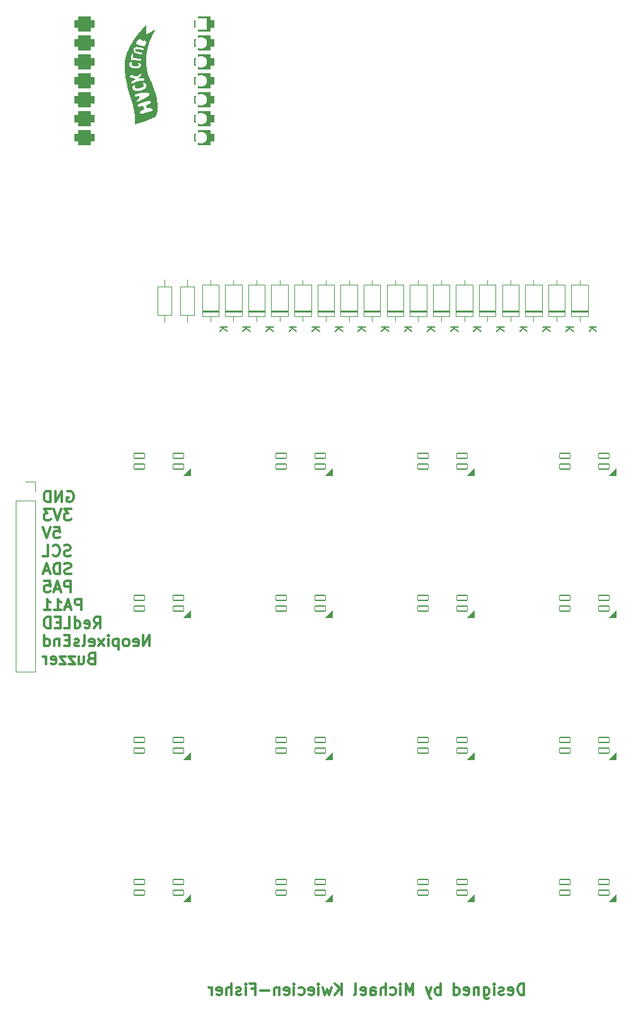
<source format=gbo>
G04 #@! TF.GenerationSoftware,KiCad,Pcbnew,8.0.6-8.0.6-0~ubuntu22.04.1*
G04 #@! TF.CreationDate,2024-10-20T22:38:44+08:00*
G04 #@! TF.ProjectId,MacroPad,4d616372-6f50-4616-942e-6b696361645f,rev?*
G04 #@! TF.SameCoordinates,Original*
G04 #@! TF.FileFunction,Legend,Bot*
G04 #@! TF.FilePolarity,Positive*
%FSLAX46Y46*%
G04 Gerber Fmt 4.6, Leading zero omitted, Abs format (unit mm)*
G04 Created by KiCad (PCBNEW 8.0.6-8.0.6-0~ubuntu22.04.1) date 2024-10-20 22:38:44*
%MOMM*%
%LPD*%
G01*
G04 APERTURE LIST*
G04 Aperture macros list*
%AMRoundRect*
0 Rectangle with rounded corners*
0 $1 Rounding radius*
0 $2 $3 $4 $5 $6 $7 $8 $9 X,Y pos of 4 corners*
0 Add a 4 corners polygon primitive as box body*
4,1,4,$2,$3,$4,$5,$6,$7,$8,$9,$2,$3,0*
0 Add four circle primitives for the rounded corners*
1,1,$1+$1,$2,$3*
1,1,$1+$1,$4,$5*
1,1,$1+$1,$6,$7*
1,1,$1+$1,$8,$9*
0 Add four rect primitives between the rounded corners*
20,1,$1+$1,$2,$3,$4,$5,0*
20,1,$1+$1,$4,$5,$6,$7,0*
20,1,$1+$1,$6,$7,$8,$9,0*
20,1,$1+$1,$8,$9,$2,$3,0*%
%AMRotRect*
0 Rectangle, with rotation*
0 The origin of the aperture is its center*
0 $1 length*
0 $2 width*
0 $3 Rotation angle, in degrees counterclockwise*
0 Add horizontal line*
21,1,$1,$2,0,0,$3*%
G04 Aperture macros list end*
%ADD10C,0.000000*%
%ADD11C,0.300000*%
%ADD12C,0.150000*%
%ADD13C,0.100000*%
%ADD14C,0.120000*%
%ADD15C,1.750000*%
%ADD16C,4.000000*%
%ADD17C,2.500000*%
%ADD18RoundRect,0.082000X-0.718000X0.328000X-0.718000X-0.328000X0.718000X-0.328000X0.718000X0.328000X0*%
%ADD19R,2.000000X2.000000*%
%ADD20C,2.000000*%
%ADD21R,3.200000X2.000000*%
%ADD22R,1.524000X1.524000*%
%ADD23C,1.524000*%
%ADD24C,6.400000*%
%ADD25R,1.295400X1.295400*%
%ADD26C,1.295400*%
%ADD27RotRect,1.800000X1.800000X45.000000*%
%ADD28C,1.800000*%
%ADD29O,1.600000X2.000000*%
%ADD30R,1.600000X1.600000*%
%ADD31O,1.600000X1.600000*%
%ADD32C,1.400000*%
%ADD33O,1.400000X1.400000*%
%ADD34RoundRect,0.500000X0.875000X0.500000X-0.875000X0.500000X-0.875000X-0.500000X0.875000X-0.500000X0*%
%ADD35C,1.600000*%
%ADD36R,1.700000X1.700000*%
%ADD37O,1.700000X1.700000*%
G04 APERTURE END LIST*
D10*
G36*
X65051998Y-30319089D02*
G01*
X65053802Y-30319297D01*
X65055585Y-30319641D01*
X65057341Y-30320118D01*
X65059061Y-30320723D01*
X65060739Y-30321454D01*
X65062367Y-30322305D01*
X65063940Y-30323274D01*
X65065450Y-30324357D01*
X65066890Y-30325549D01*
X65068252Y-30326847D01*
X65069530Y-30328247D01*
X65070717Y-30329746D01*
X65071806Y-30331340D01*
X65072789Y-30333024D01*
X65073660Y-30334795D01*
X65074412Y-30336650D01*
X65075037Y-30338584D01*
X65075530Y-30340594D01*
X65075881Y-30342675D01*
X65076085Y-30344825D01*
X65076135Y-30347039D01*
X65072662Y-30763571D01*
X65072647Y-31128271D01*
X65076445Y-31587480D01*
X65076530Y-31589293D01*
X65076730Y-31591062D01*
X65077042Y-31592782D01*
X65077460Y-31594452D01*
X65077981Y-31596069D01*
X65078600Y-31597631D01*
X65079313Y-31599135D01*
X65080115Y-31600577D01*
X65081003Y-31601957D01*
X65081971Y-31603271D01*
X65083016Y-31604517D01*
X65084132Y-31605692D01*
X65085317Y-31606793D01*
X65086565Y-31607818D01*
X65087871Y-31608765D01*
X65089233Y-31609631D01*
X65090644Y-31610413D01*
X65092102Y-31611109D01*
X65093601Y-31611716D01*
X65095138Y-31612232D01*
X65096707Y-31612654D01*
X65098305Y-31612980D01*
X65099927Y-31613207D01*
X65101569Y-31613332D01*
X65103226Y-31613353D01*
X65104894Y-31613267D01*
X65106569Y-31613073D01*
X65108246Y-31612766D01*
X65109922Y-31612345D01*
X65111591Y-31611808D01*
X65113249Y-31611151D01*
X65114893Y-31610372D01*
X66221285Y-31041983D01*
X66223151Y-31041160D01*
X66225068Y-31040571D01*
X66227025Y-31040204D01*
X66229014Y-31040050D01*
X66231025Y-31040100D01*
X66233049Y-31040343D01*
X66235076Y-31040770D01*
X66237097Y-31041370D01*
X66239102Y-31042133D01*
X66241081Y-31043051D01*
X66243026Y-31044112D01*
X66244927Y-31045307D01*
X66246775Y-31046626D01*
X66248559Y-31048060D01*
X66250270Y-31049597D01*
X66251900Y-31051229D01*
X66253439Y-31052945D01*
X66254876Y-31054736D01*
X66256203Y-31056591D01*
X66257410Y-31058501D01*
X66258489Y-31060456D01*
X66259428Y-31062446D01*
X66260219Y-31064461D01*
X66260853Y-31066491D01*
X66261319Y-31068525D01*
X66261609Y-31070556D01*
X66261713Y-31072571D01*
X66261622Y-31074562D01*
X66261325Y-31076519D01*
X66260814Y-31078431D01*
X66260080Y-31080289D01*
X66259112Y-31082083D01*
X66071216Y-31410062D01*
X65945035Y-31655260D01*
X65806445Y-31949505D01*
X65662255Y-32288976D01*
X65519277Y-32669853D01*
X65384318Y-33088318D01*
X65264190Y-33540549D01*
X65211815Y-33778133D01*
X65165702Y-34022727D01*
X65126701Y-34273852D01*
X65095664Y-34531032D01*
X65073442Y-34793788D01*
X65060886Y-35061644D01*
X65058848Y-35334122D01*
X65068178Y-35610744D01*
X65089728Y-35891033D01*
X65124349Y-36174511D01*
X65172893Y-36460701D01*
X65236210Y-36749126D01*
X65315152Y-37039308D01*
X65410570Y-37330769D01*
X65523315Y-37623032D01*
X65654239Y-37915620D01*
X65778744Y-38182388D01*
X65892603Y-38440666D01*
X65996220Y-38690527D01*
X66089996Y-38932049D01*
X66174332Y-39165304D01*
X66249632Y-39390368D01*
X66316296Y-39607317D01*
X66374726Y-39816224D01*
X66425324Y-40017165D01*
X66468493Y-40210215D01*
X66504633Y-40395449D01*
X66534147Y-40572941D01*
X66574903Y-40905001D01*
X66593975Y-41206995D01*
X66596281Y-41385535D01*
X66591808Y-41552056D01*
X66581409Y-41706717D01*
X66565938Y-41849677D01*
X66546249Y-41981095D01*
X66523196Y-42101131D01*
X66497632Y-42209943D01*
X66470411Y-42307691D01*
X66442386Y-42394534D01*
X66414413Y-42470631D01*
X66362032Y-42591226D01*
X66320098Y-42670747D01*
X66295440Y-42710469D01*
X66294939Y-42711178D01*
X66294421Y-42711856D01*
X66293884Y-42712503D01*
X66293328Y-42713122D01*
X66292755Y-42713712D01*
X66292162Y-42714275D01*
X66291550Y-42714813D01*
X66290920Y-42715326D01*
X66290270Y-42715816D01*
X66289600Y-42716284D01*
X66288910Y-42716730D01*
X66288201Y-42717157D01*
X66287471Y-42717564D01*
X66286720Y-42717954D01*
X66285949Y-42718328D01*
X66285157Y-42718686D01*
X64747008Y-43390531D01*
X64387548Y-43492893D01*
X63533335Y-43736143D01*
X63531580Y-43736581D01*
X63529833Y-43736896D01*
X63528099Y-43737091D01*
X63526381Y-43737170D01*
X63524684Y-43737136D01*
X63523010Y-43736992D01*
X63521363Y-43736742D01*
X63519747Y-43736390D01*
X63518166Y-43735938D01*
X63516624Y-43735390D01*
X63515123Y-43734749D01*
X63513669Y-43734019D01*
X63512264Y-43733204D01*
X63510912Y-43732306D01*
X63509617Y-43731330D01*
X63508383Y-43730278D01*
X63507213Y-43729154D01*
X63506111Y-43727961D01*
X63505081Y-43726703D01*
X63504127Y-43725383D01*
X63503251Y-43724005D01*
X63502458Y-43722571D01*
X63501752Y-43721087D01*
X63501136Y-43719554D01*
X63500614Y-43717976D01*
X63500190Y-43716357D01*
X63499867Y-43714699D01*
X63499649Y-43713008D01*
X63499539Y-43711285D01*
X63499543Y-43709534D01*
X63499662Y-43707760D01*
X63499901Y-43705964D01*
X63524374Y-43540585D01*
X63542228Y-43378284D01*
X63553484Y-43217672D01*
X63558167Y-43057363D01*
X63556298Y-42895968D01*
X63547900Y-42732099D01*
X63532997Y-42564369D01*
X63511612Y-42391391D01*
X63483766Y-42211777D01*
X63449484Y-42024138D01*
X63408788Y-41827088D01*
X63361701Y-41619238D01*
X63264072Y-41228183D01*
X63910920Y-41228183D01*
X63912269Y-41246523D01*
X63915908Y-41263956D01*
X63921875Y-41280325D01*
X63930212Y-41295474D01*
X63940959Y-41309247D01*
X63954156Y-41321486D01*
X63969845Y-41332035D01*
X63988066Y-41340739D01*
X64008858Y-41347440D01*
X64032263Y-41351981D01*
X64058322Y-41354207D01*
X64087074Y-41353961D01*
X64118560Y-41351087D01*
X64152822Y-41345427D01*
X64189898Y-41336826D01*
X64229830Y-41325127D01*
X64360325Y-41297955D01*
X64481528Y-41274419D01*
X64605621Y-41251592D01*
X64778737Y-41703192D01*
X64670956Y-41757716D01*
X64562795Y-41813192D01*
X64442065Y-41876205D01*
X64415190Y-41890710D01*
X64389472Y-41907104D01*
X64365029Y-41925177D01*
X64341979Y-41944716D01*
X64320439Y-41965510D01*
X64300527Y-41987347D01*
X64282359Y-42010016D01*
X64266054Y-42033304D01*
X64251729Y-42057001D01*
X64239500Y-42080894D01*
X64229486Y-42104773D01*
X64221804Y-42128425D01*
X64216571Y-42151638D01*
X64213905Y-42174202D01*
X64213922Y-42195904D01*
X64216741Y-42216533D01*
X64222479Y-42235878D01*
X64231253Y-42253726D01*
X64243181Y-42269866D01*
X64258380Y-42284086D01*
X64276967Y-42296175D01*
X64299060Y-42305922D01*
X64324776Y-42313113D01*
X64354233Y-42317539D01*
X64387548Y-42318987D01*
X64424838Y-42317245D01*
X64466221Y-42312102D01*
X64511814Y-42303347D01*
X64561735Y-42290767D01*
X64616101Y-42274152D01*
X64675029Y-42253288D01*
X64738636Y-42227966D01*
X64899368Y-42178173D01*
X65050241Y-42134858D01*
X65190753Y-42097527D01*
X65320401Y-42065689D01*
X65438681Y-42038853D01*
X65545090Y-42016526D01*
X65720282Y-41983433D01*
X65731126Y-41981311D01*
X65741722Y-41978829D01*
X65752063Y-41975996D01*
X65762140Y-41972825D01*
X65771948Y-41969325D01*
X65781478Y-41965507D01*
X65790724Y-41961381D01*
X65799678Y-41956959D01*
X65808333Y-41952249D01*
X65816682Y-41947263D01*
X65824717Y-41942012D01*
X65832432Y-41936506D01*
X65839819Y-41930755D01*
X65846871Y-41924769D01*
X65853581Y-41918561D01*
X65859941Y-41912139D01*
X65865944Y-41905514D01*
X65871584Y-41898698D01*
X65876852Y-41891699D01*
X65881742Y-41884530D01*
X65886246Y-41877200D01*
X65890358Y-41869720D01*
X65894070Y-41862100D01*
X65897374Y-41854352D01*
X65900264Y-41846484D01*
X65902732Y-41838509D01*
X65904771Y-41830436D01*
X65906374Y-41822276D01*
X65907534Y-41814039D01*
X65908243Y-41805737D01*
X65908494Y-41797378D01*
X65908281Y-41788975D01*
X65907311Y-41778122D01*
X65905545Y-41767234D01*
X65902968Y-41756334D01*
X65899564Y-41745444D01*
X65895318Y-41734587D01*
X65890215Y-41723786D01*
X65884238Y-41713061D01*
X65877374Y-41702436D01*
X65869606Y-41691934D01*
X65860920Y-41681576D01*
X65851299Y-41671384D01*
X65840729Y-41661382D01*
X65829195Y-41651592D01*
X65816680Y-41642035D01*
X65803170Y-41632734D01*
X65788649Y-41623713D01*
X65773102Y-41614992D01*
X65756514Y-41606594D01*
X65738869Y-41598543D01*
X65720152Y-41590859D01*
X65700347Y-41583566D01*
X65679440Y-41576685D01*
X65657415Y-41570240D01*
X65634257Y-41564252D01*
X65609949Y-41558744D01*
X65584478Y-41553738D01*
X65557828Y-41549257D01*
X65529982Y-41545323D01*
X65500927Y-41541958D01*
X65470646Y-41539184D01*
X65439125Y-41537025D01*
X65406347Y-41535502D01*
X65389118Y-41536365D01*
X65371838Y-41538100D01*
X65354604Y-41540553D01*
X65337513Y-41543573D01*
X65304150Y-41550704D01*
X65272524Y-41558276D01*
X65243412Y-41565072D01*
X65230041Y-41567798D01*
X65217589Y-41569874D01*
X65206155Y-41571147D01*
X65195833Y-41571465D01*
X65186723Y-41570675D01*
X65182652Y-41569818D01*
X65178920Y-41568627D01*
X65177167Y-41567154D01*
X65174742Y-41563659D01*
X65168069Y-41551145D01*
X65148762Y-41507819D01*
X65124051Y-41447333D01*
X65096989Y-41378370D01*
X65026267Y-41191441D01*
X65076691Y-41169446D01*
X65198191Y-41114934D01*
X65271640Y-41080862D01*
X65346113Y-41045113D01*
X65416027Y-41009839D01*
X65447530Y-40993052D01*
X65475801Y-40977190D01*
X65509950Y-40962348D01*
X65540694Y-40946536D01*
X65568141Y-40929868D01*
X65592395Y-40912459D01*
X65613562Y-40894421D01*
X65631749Y-40875869D01*
X65647061Y-40856916D01*
X65659605Y-40837676D01*
X65669486Y-40818263D01*
X65676810Y-40798790D01*
X65681683Y-40779371D01*
X65684211Y-40760120D01*
X65684499Y-40741151D01*
X65682655Y-40722576D01*
X65678783Y-40704511D01*
X65672990Y-40687069D01*
X65665381Y-40670363D01*
X65656063Y-40654507D01*
X65645141Y-40639615D01*
X65632721Y-40625801D01*
X65618910Y-40613178D01*
X65603813Y-40601860D01*
X65587535Y-40591962D01*
X65570184Y-40583595D01*
X65551865Y-40576875D01*
X65532683Y-40571915D01*
X65512745Y-40568829D01*
X65492156Y-40567730D01*
X65471024Y-40568732D01*
X65449452Y-40571949D01*
X65427548Y-40577495D01*
X65405417Y-40585483D01*
X65252818Y-40617373D01*
X65079398Y-40661173D01*
X64895262Y-40712686D01*
X64710514Y-40767715D01*
X64167508Y-40939053D01*
X64137751Y-40950626D01*
X64109634Y-40963796D01*
X64083198Y-40978406D01*
X64058484Y-40994300D01*
X64035531Y-41011321D01*
X64014381Y-41029312D01*
X63995073Y-41048118D01*
X63977649Y-41067581D01*
X63962149Y-41087545D01*
X63948613Y-41107854D01*
X63937082Y-41128352D01*
X63927596Y-41148880D01*
X63920197Y-41169285D01*
X63915912Y-41185639D01*
X63914924Y-41189407D01*
X63911818Y-41209092D01*
X63910920Y-41228183D01*
X63264072Y-41228183D01*
X63248445Y-41165591D01*
X63165157Y-40856898D01*
X63109898Y-40652093D01*
X62951548Y-40104585D01*
X62889191Y-39897272D01*
X63531216Y-39897272D01*
X63531607Y-39912477D01*
X63533560Y-39927005D01*
X63537060Y-39940766D01*
X63542095Y-39953668D01*
X63548649Y-39965620D01*
X63556710Y-39976530D01*
X63566263Y-39986306D01*
X63577295Y-39994858D01*
X63589791Y-40002094D01*
X63603738Y-40007922D01*
X63619122Y-40012252D01*
X63635929Y-40014991D01*
X63654145Y-40016048D01*
X63673756Y-40015332D01*
X63694749Y-40012752D01*
X63717110Y-40008216D01*
X63740825Y-40001632D01*
X63765879Y-39992909D01*
X63885904Y-39956417D01*
X63987463Y-39923859D01*
X64084051Y-39891520D01*
X64123945Y-40248604D01*
X64075085Y-40274815D01*
X64030615Y-40300793D01*
X63990396Y-40326469D01*
X63954287Y-40351776D01*
X63922149Y-40376647D01*
X63893840Y-40401014D01*
X63869221Y-40424810D01*
X63848151Y-40447965D01*
X63830490Y-40470414D01*
X63816098Y-40492089D01*
X63804834Y-40512921D01*
X63796559Y-40532843D01*
X63791131Y-40551788D01*
X63788411Y-40569687D01*
X63788259Y-40586474D01*
X63790533Y-40602081D01*
X63795095Y-40616440D01*
X63801803Y-40629483D01*
X63810517Y-40641142D01*
X63821098Y-40651351D01*
X63833404Y-40660042D01*
X63847296Y-40667146D01*
X63862632Y-40672596D01*
X63879274Y-40676325D01*
X63897081Y-40678266D01*
X63915912Y-40678349D01*
X63935627Y-40676508D01*
X63956086Y-40672676D01*
X63977148Y-40666784D01*
X63998674Y-40658764D01*
X64020523Y-40648550D01*
X64042555Y-40636074D01*
X64301162Y-40491964D01*
X64623971Y-40314895D01*
X64952152Y-40137830D01*
X65226875Y-39993736D01*
X65265163Y-39973367D01*
X65282890Y-39963070D01*
X65299700Y-39952708D01*
X65315614Y-39942289D01*
X65330655Y-39931820D01*
X65344844Y-39921310D01*
X65358201Y-39910765D01*
X65370749Y-39900194D01*
X65382508Y-39889605D01*
X65393501Y-39879004D01*
X65403747Y-39868400D01*
X65413270Y-39857800D01*
X65422089Y-39847212D01*
X65437705Y-39826104D01*
X65450766Y-39805136D01*
X65461442Y-39784369D01*
X65469905Y-39763866D01*
X65476325Y-39743687D01*
X65480874Y-39723895D01*
X65483722Y-39704551D01*
X65485040Y-39685715D01*
X65484999Y-39667451D01*
X65484773Y-39662689D01*
X65484458Y-39657977D01*
X65484064Y-39653313D01*
X65483604Y-39648692D01*
X65483036Y-39644680D01*
X65482000Y-39640583D01*
X65480512Y-39636408D01*
X65478587Y-39632160D01*
X65476242Y-39627843D01*
X65473491Y-39623463D01*
X65470351Y-39619026D01*
X65466837Y-39614537D01*
X65462965Y-39610000D01*
X65458751Y-39605422D01*
X65449360Y-39596161D01*
X65438788Y-39586795D01*
X65427162Y-39577368D01*
X65414608Y-39567921D01*
X65401252Y-39558496D01*
X65387219Y-39549135D01*
X65372636Y-39539881D01*
X65357628Y-39530776D01*
X65342321Y-39521862D01*
X65326841Y-39513180D01*
X65311315Y-39504774D01*
X65204163Y-39482312D01*
X65088336Y-39468383D01*
X64965872Y-39462084D01*
X64838810Y-39462515D01*
X64709188Y-39468774D01*
X64579045Y-39479960D01*
X64450419Y-39495173D01*
X64325350Y-39513512D01*
X64094035Y-39555960D01*
X63901409Y-39600098D01*
X63896768Y-39601401D01*
X63763781Y-39638717D01*
X63720688Y-39653704D01*
X63697460Y-39664609D01*
X63674535Y-39679680D01*
X63653365Y-39695355D01*
X63633937Y-39711542D01*
X63616237Y-39728151D01*
X63600250Y-39745089D01*
X63585964Y-39762264D01*
X63573364Y-39779587D01*
X63562437Y-39796965D01*
X63553168Y-39814306D01*
X63545543Y-39831520D01*
X63539550Y-39848515D01*
X63535173Y-39865200D01*
X63532400Y-39881483D01*
X63531216Y-39897272D01*
X62889191Y-39897272D01*
X62788719Y-39563237D01*
X62629299Y-39012943D01*
X62553332Y-38729720D01*
X62551413Y-38721979D01*
X63213458Y-38721979D01*
X63216318Y-38752550D01*
X63221873Y-38799902D01*
X63226681Y-38828424D01*
X63233388Y-38859407D01*
X63242399Y-38892270D01*
X63254125Y-38926437D01*
X63261133Y-38943828D01*
X63268972Y-38961327D01*
X63277694Y-38978863D01*
X63287349Y-38996364D01*
X63297989Y-39013756D01*
X63309664Y-39030968D01*
X63322425Y-39047926D01*
X63336324Y-39064560D01*
X63351411Y-39080796D01*
X63367737Y-39096563D01*
X63385354Y-39111788D01*
X63404312Y-39126398D01*
X63424662Y-39140321D01*
X63446456Y-39153486D01*
X63469744Y-39165819D01*
X63494578Y-39177249D01*
X63549147Y-39198964D01*
X63606018Y-39216183D01*
X63664386Y-39229333D01*
X63723448Y-39238841D01*
X63782401Y-39245135D01*
X63840443Y-39248641D01*
X63896768Y-39249786D01*
X63950575Y-39248998D01*
X64047420Y-39243328D01*
X64124551Y-39235049D01*
X64193967Y-39224326D01*
X64230875Y-39216083D01*
X64328208Y-39190173D01*
X64393258Y-39170041D01*
X64465881Y-39144828D01*
X64543567Y-39114314D01*
X64623805Y-39078277D01*
X64704084Y-39036497D01*
X64743455Y-39013384D01*
X64781894Y-38988751D01*
X64819089Y-38962573D01*
X64854724Y-38934820D01*
X64888487Y-38905465D01*
X64920063Y-38874481D01*
X64949139Y-38841839D01*
X64975400Y-38807513D01*
X64998533Y-38771474D01*
X65018224Y-38733695D01*
X65034160Y-38694148D01*
X65046025Y-38652806D01*
X65053507Y-38609641D01*
X65056292Y-38564625D01*
X65057390Y-38556739D01*
X65058364Y-38548943D01*
X65059216Y-38541236D01*
X65059947Y-38533618D01*
X65060556Y-38526087D01*
X65061045Y-38518642D01*
X65061415Y-38511283D01*
X65061666Y-38504008D01*
X65061591Y-38477489D01*
X65059974Y-38452168D01*
X65056892Y-38428029D01*
X65052423Y-38405058D01*
X65046644Y-38383241D01*
X65039632Y-38362561D01*
X65031465Y-38343005D01*
X65022219Y-38324558D01*
X65011972Y-38307204D01*
X65000801Y-38290930D01*
X64988784Y-38275720D01*
X64975997Y-38261560D01*
X64962518Y-38248434D01*
X64948424Y-38236328D01*
X64933793Y-38225227D01*
X64918701Y-38215117D01*
X64903226Y-38205982D01*
X64887445Y-38197808D01*
X64871436Y-38190580D01*
X64855275Y-38184283D01*
X64839040Y-38178902D01*
X64822808Y-38174423D01*
X64806657Y-38170831D01*
X64790663Y-38168111D01*
X64774904Y-38166248D01*
X64759458Y-38165227D01*
X64744400Y-38165034D01*
X64729810Y-38165654D01*
X64715763Y-38167072D01*
X64702337Y-38169273D01*
X64689610Y-38172243D01*
X64677658Y-38175966D01*
X64670851Y-38178521D01*
X64664036Y-38181500D01*
X64657262Y-38184898D01*
X64650580Y-38188707D01*
X64644038Y-38192923D01*
X64637688Y-38197540D01*
X64631577Y-38202552D01*
X64625757Y-38207953D01*
X64620276Y-38213738D01*
X64615184Y-38219900D01*
X64610531Y-38226435D01*
X64606366Y-38233335D01*
X64602740Y-38240596D01*
X64599701Y-38248212D01*
X64597300Y-38256176D01*
X64595585Y-38264483D01*
X64594608Y-38273128D01*
X64594416Y-38282105D01*
X64595061Y-38291407D01*
X64596591Y-38301029D01*
X64599057Y-38310966D01*
X64602507Y-38321211D01*
X64606992Y-38331758D01*
X64612561Y-38342603D01*
X64619264Y-38353739D01*
X64627150Y-38365161D01*
X64636270Y-38376862D01*
X64646672Y-38388837D01*
X64658407Y-38401080D01*
X64671523Y-38413585D01*
X64686071Y-38426348D01*
X64702101Y-38439361D01*
X64711350Y-38460996D01*
X64717265Y-38482122D01*
X64719998Y-38502742D01*
X64719702Y-38522855D01*
X64716528Y-38542463D01*
X64710631Y-38561568D01*
X64702161Y-38580170D01*
X64691271Y-38598272D01*
X64678114Y-38615874D01*
X64662843Y-38632977D01*
X64645609Y-38649584D01*
X64626564Y-38665695D01*
X64605862Y-38681312D01*
X64583655Y-38696436D01*
X64560095Y-38711068D01*
X64535335Y-38725210D01*
X64482822Y-38752027D01*
X64427337Y-38776898D01*
X64370098Y-38799834D01*
X64312325Y-38820844D01*
X64255238Y-38839940D01*
X64200054Y-38857132D01*
X64100277Y-38885845D01*
X64041386Y-38895914D01*
X64008656Y-38900228D01*
X63974292Y-38903771D01*
X63938710Y-38906327D01*
X63902328Y-38907679D01*
X63865562Y-38907610D01*
X63828827Y-38905901D01*
X63792542Y-38902337D01*
X63757122Y-38896701D01*
X63722983Y-38888774D01*
X63690543Y-38878340D01*
X63675090Y-38872116D01*
X63660218Y-38865183D01*
X63645978Y-38857514D01*
X63632424Y-38849083D01*
X63619607Y-38839863D01*
X63607578Y-38829826D01*
X63596391Y-38818945D01*
X63586097Y-38807193D01*
X63580445Y-38799948D01*
X63575210Y-38792603D01*
X63570377Y-38785168D01*
X63565929Y-38777649D01*
X63561849Y-38770055D01*
X63558121Y-38762393D01*
X63551658Y-38746900D01*
X63546408Y-38731232D01*
X63542241Y-38715452D01*
X63539027Y-38699624D01*
X63536634Y-38683812D01*
X63534933Y-38668078D01*
X63533793Y-38652486D01*
X63532673Y-38621979D01*
X63532232Y-38592799D01*
X63531423Y-38565451D01*
X63530178Y-38560148D01*
X63527777Y-38554610D01*
X63524280Y-38548927D01*
X63519746Y-38543189D01*
X63514234Y-38537484D01*
X63507805Y-38531902D01*
X63500517Y-38526532D01*
X63492431Y-38521463D01*
X63483605Y-38516784D01*
X63474100Y-38512584D01*
X63463974Y-38508953D01*
X63453288Y-38505980D01*
X63442100Y-38503754D01*
X63430471Y-38502363D01*
X63418460Y-38501898D01*
X63406126Y-38502448D01*
X63393528Y-38504101D01*
X63380727Y-38506947D01*
X63367782Y-38511075D01*
X63354753Y-38516574D01*
X63341698Y-38523534D01*
X63328677Y-38532043D01*
X63315751Y-38542191D01*
X63302978Y-38554067D01*
X63290418Y-38567760D01*
X63278130Y-38583359D01*
X63266174Y-38600953D01*
X63254610Y-38620633D01*
X63243497Y-38642486D01*
X63232894Y-38666602D01*
X63222862Y-38693070D01*
X63213458Y-38721979D01*
X62551413Y-38721979D01*
X62481175Y-38438596D01*
X62413815Y-38137682D01*
X62352237Y-37825090D01*
X62297427Y-37498932D01*
X62268173Y-37286553D01*
X62843440Y-37286553D01*
X62844987Y-37302593D01*
X62848066Y-37318578D01*
X62852606Y-37334393D01*
X62858535Y-37349924D01*
X62865783Y-37365057D01*
X62874278Y-37379678D01*
X62883950Y-37393672D01*
X62894728Y-37406925D01*
X62906540Y-37419322D01*
X62919316Y-37430750D01*
X62932984Y-37441093D01*
X62947474Y-37450238D01*
X62962715Y-37458070D01*
X62978635Y-37464475D01*
X62995164Y-37469338D01*
X63012230Y-37472546D01*
X63094581Y-37484618D01*
X63192641Y-37501910D01*
X63402983Y-37543732D01*
X63650227Y-37597396D01*
X63637153Y-37713565D01*
X63599599Y-37725712D01*
X63559198Y-37739527D01*
X63510197Y-37757286D01*
X63456957Y-37778078D01*
X63430110Y-37789326D01*
X63403839Y-37800990D01*
X63378689Y-37812956D01*
X63355205Y-37825110D01*
X63333932Y-37837338D01*
X63315415Y-37849526D01*
X63279904Y-37874476D01*
X63247410Y-37899221D01*
X63217853Y-37923698D01*
X63191152Y-37947845D01*
X63167229Y-37971602D01*
X63146003Y-37994905D01*
X63127396Y-38017694D01*
X63111326Y-38039907D01*
X63097714Y-38061482D01*
X63086481Y-38082356D01*
X63077547Y-38102470D01*
X63070832Y-38121760D01*
X63066256Y-38140164D01*
X63063740Y-38157622D01*
X63063203Y-38174072D01*
X63064566Y-38189451D01*
X63067750Y-38203698D01*
X63072674Y-38216752D01*
X63079259Y-38228550D01*
X63087425Y-38239030D01*
X63097093Y-38248132D01*
X63108181Y-38255793D01*
X63120612Y-38261952D01*
X63134304Y-38266546D01*
X63149179Y-38269514D01*
X63165157Y-38270795D01*
X63182157Y-38270326D01*
X63200100Y-38268046D01*
X63218906Y-38263893D01*
X63238496Y-38257805D01*
X63258789Y-38249721D01*
X63279707Y-38239579D01*
X63435081Y-38157082D01*
X63493162Y-38126743D01*
X63552034Y-38096871D01*
X63608244Y-38069645D01*
X63634272Y-38057704D01*
X63658340Y-38047240D01*
X63749707Y-38010498D01*
X63836135Y-37980582D01*
X63917933Y-37956731D01*
X63995407Y-37938188D01*
X64068865Y-37924195D01*
X64138614Y-37913992D01*
X64204961Y-37906822D01*
X64268214Y-37901926D01*
X64496431Y-37889913D01*
X64548822Y-37885010D01*
X64599963Y-37877831D01*
X64650161Y-37867616D01*
X64699724Y-37853608D01*
X64711946Y-37849015D01*
X64723283Y-37843988D01*
X64733750Y-37838548D01*
X64743361Y-37832720D01*
X64752132Y-37826524D01*
X64756206Y-37823295D01*
X64760075Y-37819982D01*
X64763742Y-37816589D01*
X64767207Y-37813118D01*
X64770472Y-37809572D01*
X64773541Y-37805954D01*
X64776413Y-37802266D01*
X64779091Y-37798511D01*
X64781577Y-37794692D01*
X64783873Y-37790812D01*
X64787901Y-37782880D01*
X64791190Y-37774735D01*
X64793753Y-37766402D01*
X64795605Y-37757902D01*
X64796762Y-37749256D01*
X64797237Y-37740489D01*
X64797238Y-37740489D01*
X64796991Y-37730729D01*
X64795957Y-37720878D01*
X64794156Y-37710966D01*
X64791607Y-37701021D01*
X64788330Y-37691074D01*
X64784344Y-37681154D01*
X64779669Y-37671290D01*
X64774324Y-37661513D01*
X64768328Y-37651852D01*
X64761702Y-37642337D01*
X64754464Y-37632997D01*
X64746634Y-37623862D01*
X64742906Y-37619913D01*
X64738232Y-37614962D01*
X64729276Y-37606326D01*
X64719787Y-37597984D01*
X64709784Y-37589965D01*
X64699286Y-37582300D01*
X64688313Y-37575017D01*
X64676885Y-37568147D01*
X64665020Y-37561719D01*
X64652738Y-37555763D01*
X64640060Y-37550308D01*
X64627003Y-37545384D01*
X64613588Y-37541021D01*
X64599834Y-37537248D01*
X64585761Y-37534095D01*
X64571388Y-37531591D01*
X64556734Y-37529767D01*
X64541820Y-37528652D01*
X64526664Y-37528275D01*
X64511286Y-37528666D01*
X64495706Y-37529856D01*
X64451829Y-37529425D01*
X64435301Y-37529833D01*
X64406781Y-37530535D01*
X64361111Y-37532977D01*
X64315374Y-37536542D01*
X64225905Y-37546205D01*
X64142792Y-37557856D01*
X64070457Y-37569824D01*
X64013317Y-37580440D01*
X63962301Y-37590937D01*
X63966085Y-37588956D01*
X63971004Y-37585998D01*
X63978111Y-37581301D01*
X63987532Y-37574544D01*
X63999394Y-37565406D01*
X64013824Y-37553566D01*
X64030948Y-37538703D01*
X64040561Y-37530037D01*
X64050894Y-37520496D01*
X64061965Y-37510038D01*
X64073788Y-37498624D01*
X64086380Y-37486213D01*
X64099757Y-37472766D01*
X64113934Y-37458242D01*
X64128928Y-37442601D01*
X64144753Y-37425803D01*
X64161427Y-37407808D01*
X64178964Y-37388576D01*
X64197381Y-37368067D01*
X64216694Y-37346241D01*
X64236918Y-37323056D01*
X64258069Y-37298475D01*
X64280163Y-37272455D01*
X64301735Y-37246339D01*
X64321349Y-37221483D01*
X64339061Y-37197868D01*
X64354925Y-37175472D01*
X64368996Y-37154274D01*
X64381329Y-37134252D01*
X64391978Y-37115385D01*
X64400997Y-37097651D01*
X64408442Y-37081031D01*
X64414367Y-37065502D01*
X64418827Y-37051043D01*
X64421876Y-37037634D01*
X64423569Y-37025252D01*
X64423960Y-37013876D01*
X64423105Y-37003486D01*
X64421058Y-36994060D01*
X64417873Y-36985576D01*
X64413605Y-36978014D01*
X64408310Y-36971353D01*
X64402040Y-36965571D01*
X64394852Y-36960646D01*
X64386799Y-36956558D01*
X64377937Y-36953286D01*
X64368320Y-36950807D01*
X64358002Y-36949102D01*
X64347039Y-36948148D01*
X64323393Y-36948411D01*
X64297821Y-36951426D01*
X64270758Y-36957022D01*
X64256919Y-36961230D01*
X64241886Y-36967246D01*
X64208667Y-36984189D01*
X64171957Y-37006835D01*
X64132613Y-37034164D01*
X64091492Y-37065159D01*
X64049451Y-37098801D01*
X63966037Y-37169954D01*
X63889226Y-37239476D01*
X63825873Y-37299220D01*
X63766964Y-37356791D01*
X63764673Y-37351963D01*
X63761638Y-37347135D01*
X63757913Y-37342316D01*
X63753553Y-37337518D01*
X63748610Y-37332749D01*
X63743138Y-37328020D01*
X63730821Y-37318722D01*
X63717030Y-37309705D01*
X63702192Y-37301050D01*
X63686737Y-37292836D01*
X63671091Y-37285145D01*
X63640941Y-37271652D01*
X63615166Y-37261217D01*
X63611703Y-37259939D01*
X63590438Y-37252095D01*
X63512562Y-37223332D01*
X63438922Y-37198070D01*
X63369499Y-37176234D01*
X63304272Y-37157744D01*
X63243222Y-37142525D01*
X63186329Y-37130499D01*
X63133575Y-37121590D01*
X63084939Y-37115721D01*
X63052321Y-37117092D01*
X63022372Y-37120238D01*
X62995019Y-37125044D01*
X62970193Y-37131396D01*
X62947821Y-37139179D01*
X62927833Y-37148278D01*
X62910157Y-37158581D01*
X62894724Y-37169971D01*
X62881461Y-37182336D01*
X62870298Y-37195560D01*
X62861164Y-37209529D01*
X62853988Y-37224130D01*
X62848698Y-37239247D01*
X62845225Y-37254766D01*
X62843495Y-37270573D01*
X62843440Y-37286553D01*
X62268173Y-37286553D01*
X62250372Y-37157318D01*
X62212057Y-36798362D01*
X62183468Y-36420175D01*
X62165592Y-36020867D01*
X62161051Y-35710470D01*
X62789626Y-35710470D01*
X62791226Y-35741456D01*
X62794803Y-35771525D01*
X62800335Y-35800668D01*
X62807794Y-35828878D01*
X62817158Y-35856146D01*
X62828400Y-35882463D01*
X62841496Y-35907822D01*
X62856422Y-35932214D01*
X62873152Y-35955631D01*
X62891662Y-35978065D01*
X62911926Y-35999507D01*
X62933920Y-36019948D01*
X62957619Y-36039382D01*
X62982999Y-36057798D01*
X63010033Y-36075190D01*
X63038699Y-36091549D01*
X63068970Y-36106866D01*
X63100822Y-36121134D01*
X63134230Y-36134343D01*
X63169169Y-36146486D01*
X63205614Y-36157555D01*
X63243541Y-36167541D01*
X63282924Y-36176435D01*
X63323740Y-36184230D01*
X63365962Y-36190917D01*
X63409567Y-36196488D01*
X63454529Y-36200935D01*
X63500823Y-36204249D01*
X63548425Y-36206422D01*
X63611703Y-36207040D01*
X63672256Y-36205711D01*
X63730099Y-36202492D01*
X63785248Y-36197442D01*
X63837718Y-36190621D01*
X63887523Y-36182087D01*
X63934680Y-36171900D01*
X63979204Y-36160118D01*
X64021110Y-36146801D01*
X64060414Y-36132007D01*
X64097130Y-36115794D01*
X64131274Y-36098223D01*
X64162862Y-36079352D01*
X64191909Y-36059240D01*
X64218429Y-36037946D01*
X64242439Y-36015529D01*
X64255579Y-35998810D01*
X64267810Y-35982220D01*
X64279140Y-35965761D01*
X64289576Y-35949436D01*
X64299124Y-35933246D01*
X64307790Y-35917193D01*
X64315582Y-35901278D01*
X64322505Y-35885504D01*
X64328568Y-35869872D01*
X64333775Y-35854385D01*
X64338135Y-35839043D01*
X64341653Y-35823849D01*
X64344337Y-35808805D01*
X64346192Y-35793912D01*
X64347226Y-35779173D01*
X64347446Y-35764588D01*
X64346542Y-35746068D01*
X64344317Y-35727811D01*
X64340787Y-35709822D01*
X64335964Y-35692105D01*
X64329864Y-35674663D01*
X64322500Y-35657501D01*
X64313888Y-35640623D01*
X64304042Y-35624032D01*
X64292975Y-35607732D01*
X64280702Y-35591728D01*
X64267238Y-35576023D01*
X64252596Y-35560621D01*
X64236792Y-35545526D01*
X64234687Y-35543691D01*
X64219840Y-35530743D01*
X64201753Y-35516274D01*
X64182546Y-35502124D01*
X64169943Y-35496130D01*
X64157296Y-35490754D01*
X64144661Y-35486004D01*
X64132095Y-35481890D01*
X64119653Y-35478420D01*
X64107391Y-35475602D01*
X64095363Y-35473446D01*
X64083626Y-35471960D01*
X64072236Y-35471152D01*
X64061247Y-35471032D01*
X64050716Y-35471607D01*
X64040699Y-35472887D01*
X64031250Y-35474880D01*
X64022425Y-35477594D01*
X64014281Y-35481040D01*
X64006872Y-35485224D01*
X64000254Y-35490156D01*
X63994484Y-35495844D01*
X63989616Y-35502297D01*
X63985706Y-35509524D01*
X63982810Y-35517534D01*
X63980983Y-35526334D01*
X63980282Y-35535933D01*
X63980761Y-35546341D01*
X63982476Y-35557566D01*
X63985483Y-35569616D01*
X63989838Y-35582501D01*
X63995595Y-35596228D01*
X64002812Y-35610806D01*
X64011543Y-35626245D01*
X64021844Y-35642552D01*
X64033770Y-35659737D01*
X64036024Y-35662598D01*
X64038804Y-35666709D01*
X64041951Y-35671984D01*
X64045303Y-35678337D01*
X64048699Y-35685682D01*
X64051978Y-35693933D01*
X64054978Y-35703005D01*
X64056324Y-35707821D01*
X64057539Y-35712810D01*
X64058604Y-35717961D01*
X64059499Y-35723264D01*
X64060203Y-35728707D01*
X64060697Y-35734280D01*
X64060960Y-35739973D01*
X64060973Y-35745773D01*
X64060714Y-35751671D01*
X64060164Y-35757656D01*
X64059302Y-35763718D01*
X64058110Y-35769844D01*
X64056565Y-35776026D01*
X64054649Y-35782251D01*
X64052341Y-35788509D01*
X64049621Y-35794790D01*
X64046469Y-35801083D01*
X64042865Y-35807376D01*
X64034036Y-35822574D01*
X64031271Y-35827109D01*
X64028187Y-35831900D01*
X64024738Y-35836926D01*
X64020874Y-35842169D01*
X64016548Y-35847608D01*
X64011713Y-35853224D01*
X64006321Y-35858998D01*
X64000324Y-35864909D01*
X63993674Y-35870939D01*
X63990089Y-35873992D01*
X63986323Y-35877067D01*
X63982370Y-35880162D01*
X63978224Y-35883275D01*
X63973879Y-35886402D01*
X63969329Y-35889542D01*
X63953226Y-35899647D01*
X63936397Y-35908919D01*
X63918893Y-35917377D01*
X63900765Y-35925045D01*
X63862843Y-35938094D01*
X63823036Y-35948236D01*
X63781754Y-35955645D01*
X63739403Y-35960493D01*
X63696391Y-35962952D01*
X63653125Y-35963193D01*
X63610014Y-35961390D01*
X63567464Y-35957714D01*
X63525883Y-35952338D01*
X63485680Y-35945433D01*
X63447260Y-35937172D01*
X63411033Y-35927728D01*
X63377405Y-35917271D01*
X63346784Y-35905976D01*
X63305854Y-35888111D01*
X63268681Y-35869790D01*
X63235204Y-35850985D01*
X63219833Y-35841393D01*
X63205363Y-35831671D01*
X63191787Y-35821813D01*
X63179097Y-35811818D01*
X63167286Y-35801682D01*
X63156347Y-35791400D01*
X63146271Y-35780971D01*
X63137051Y-35770390D01*
X63128680Y-35759654D01*
X63121151Y-35748760D01*
X63114454Y-35737704D01*
X63108584Y-35726483D01*
X63103532Y-35715093D01*
X63099292Y-35703532D01*
X63095854Y-35691795D01*
X63093213Y-35679879D01*
X63091360Y-35667780D01*
X63090288Y-35655496D01*
X63089989Y-35643023D01*
X63090456Y-35630358D01*
X63091681Y-35617497D01*
X63093657Y-35604436D01*
X63096376Y-35591172D01*
X63099831Y-35577703D01*
X63104014Y-35564024D01*
X63108917Y-35550131D01*
X63118452Y-35523773D01*
X63126110Y-35500517D01*
X63132055Y-35480125D01*
X63136448Y-35462360D01*
X63139452Y-35446983D01*
X63141229Y-35433756D01*
X63141942Y-35422440D01*
X63141753Y-35412797D01*
X63140825Y-35404589D01*
X63139319Y-35397578D01*
X63137399Y-35391526D01*
X63135226Y-35386193D01*
X63130774Y-35376736D01*
X63128819Y-35372134D01*
X63127262Y-35367300D01*
X63125716Y-35364017D01*
X63122765Y-35360521D01*
X63118493Y-35356902D01*
X63112985Y-35353254D01*
X63106324Y-35349667D01*
X63098593Y-35346235D01*
X63089877Y-35343048D01*
X63080260Y-35340198D01*
X63069825Y-35337779D01*
X63058656Y-35335880D01*
X63046837Y-35334596D01*
X63034452Y-35334016D01*
X63021584Y-35334234D01*
X63008318Y-35335341D01*
X62994737Y-35337429D01*
X62980926Y-35340590D01*
X62966967Y-35344916D01*
X62952945Y-35350498D01*
X62938944Y-35357430D01*
X62925047Y-35365802D01*
X62911338Y-35375706D01*
X62897902Y-35387235D01*
X62884821Y-35400481D01*
X62872181Y-35415534D01*
X62860064Y-35432488D01*
X62848554Y-35451434D01*
X62837735Y-35472464D01*
X62827692Y-35495670D01*
X62818508Y-35521144D01*
X62810266Y-35548977D01*
X62803051Y-35579263D01*
X62796946Y-35612091D01*
X62792462Y-35645779D01*
X62790030Y-35678575D01*
X62789626Y-35710470D01*
X62161051Y-35710470D01*
X62159414Y-35598552D01*
X62166619Y-35395540D01*
X62187664Y-35189621D01*
X62221700Y-34981333D01*
X62233242Y-34928810D01*
X62987113Y-34928810D01*
X62987681Y-34954115D01*
X62989590Y-34977188D01*
X62992943Y-34997779D01*
X62997839Y-35015636D01*
X63004379Y-35030508D01*
X63012662Y-35042145D01*
X63022791Y-35050296D01*
X63034864Y-35054709D01*
X63084147Y-35063496D01*
X63129281Y-35070556D01*
X63173183Y-35076468D01*
X63218768Y-35081812D01*
X63476233Y-35109073D01*
X63569040Y-35120575D01*
X63667524Y-35134451D01*
X63871311Y-35164622D01*
X63971509Y-35178562D01*
X64067173Y-35190169D01*
X64155750Y-35198267D01*
X64196583Y-35200631D01*
X64234687Y-35201677D01*
X64253978Y-35201193D01*
X64272854Y-35199437D01*
X64291195Y-35196482D01*
X64308882Y-35192401D01*
X64325797Y-35187268D01*
X64341820Y-35181157D01*
X64356831Y-35174140D01*
X64370712Y-35166291D01*
X64383344Y-35157684D01*
X64394607Y-35148391D01*
X64404382Y-35138487D01*
X64408675Y-35133328D01*
X64412551Y-35128044D01*
X64415995Y-35122644D01*
X64418992Y-35117136D01*
X64421529Y-35111531D01*
X64423589Y-35105837D01*
X64425158Y-35100063D01*
X64426221Y-35094219D01*
X64426763Y-35088314D01*
X64426769Y-35082357D01*
X64426318Y-35077064D01*
X64425427Y-35071745D01*
X64424087Y-35066404D01*
X64422287Y-35061049D01*
X64420018Y-35055686D01*
X64417268Y-35050321D01*
X64414029Y-35044961D01*
X64410289Y-35039611D01*
X64406038Y-35034278D01*
X64401266Y-35028969D01*
X64395963Y-35023689D01*
X64390118Y-35018445D01*
X64383722Y-35013244D01*
X64376765Y-35008091D01*
X64369235Y-35002993D01*
X64361122Y-34997956D01*
X64352418Y-34992987D01*
X64343110Y-34988092D01*
X64333190Y-34983276D01*
X64322646Y-34978548D01*
X64311469Y-34973911D01*
X64299648Y-34969374D01*
X64287173Y-34964943D01*
X64274035Y-34960623D01*
X64260221Y-34956421D01*
X64245724Y-34952343D01*
X64230531Y-34948396D01*
X64214634Y-34944586D01*
X64198021Y-34940919D01*
X64180683Y-34937402D01*
X64162609Y-34934041D01*
X64143789Y-34930841D01*
X64087963Y-34915665D01*
X64027073Y-34902809D01*
X63962230Y-34892016D01*
X63894545Y-34883033D01*
X63755096Y-34869474D01*
X63617618Y-34860090D01*
X63384139Y-34845690D01*
X63340893Y-34841512D01*
X63305920Y-34836592D01*
X63280331Y-34830676D01*
X63265238Y-34823509D01*
X63260850Y-34818792D01*
X63257141Y-34812580D01*
X63254082Y-34804964D01*
X63251643Y-34796036D01*
X63249793Y-34785888D01*
X63248504Y-34774609D01*
X63247485Y-34749028D01*
X63248348Y-34720025D01*
X63250853Y-34688329D01*
X63254763Y-34654672D01*
X63259837Y-34619785D01*
X63265838Y-34584397D01*
X63272526Y-34549239D01*
X63287008Y-34482539D01*
X63301374Y-34425528D01*
X63313711Y-34384053D01*
X63318286Y-34367405D01*
X63321343Y-34349469D01*
X63322910Y-34330629D01*
X63323014Y-34311270D01*
X63321681Y-34291777D01*
X63318939Y-34272535D01*
X63314815Y-34253929D01*
X63309335Y-34236344D01*
X63302528Y-34220164D01*
X63298635Y-34212721D01*
X63294420Y-34205774D01*
X63289887Y-34199371D01*
X63285038Y-34193560D01*
X63279878Y-34188388D01*
X63274409Y-34183905D01*
X63268636Y-34180159D01*
X63262561Y-34177196D01*
X63256188Y-34175066D01*
X63249520Y-34173817D01*
X63242561Y-34173496D01*
X63235314Y-34174152D01*
X63227782Y-34175833D01*
X63219969Y-34178587D01*
X63212083Y-34181413D01*
X63204641Y-34184523D01*
X63197628Y-34187897D01*
X63191031Y-34191512D01*
X63184833Y-34195349D01*
X63179022Y-34199385D01*
X63173581Y-34203599D01*
X63168496Y-34207970D01*
X63163752Y-34212477D01*
X63159336Y-34217098D01*
X63155231Y-34221812D01*
X63151424Y-34226599D01*
X63147899Y-34231436D01*
X63144642Y-34236302D01*
X63138873Y-34246038D01*
X63134000Y-34255636D01*
X63129904Y-34264926D01*
X63126467Y-34273738D01*
X63123573Y-34281903D01*
X63118941Y-34295607D01*
X63116968Y-34300807D01*
X63115066Y-34304678D01*
X63102988Y-34340660D01*
X63078640Y-34425278D01*
X63048451Y-34542466D01*
X63018847Y-34676161D01*
X63006274Y-34744178D01*
X62996259Y-34810297D01*
X62989604Y-34872511D01*
X62987113Y-34928810D01*
X62233242Y-34928810D01*
X62267875Y-34771213D01*
X62325337Y-34559799D01*
X62393236Y-34347628D01*
X62556936Y-33923168D01*
X62662372Y-33695781D01*
X63344737Y-33695781D01*
X63345818Y-33731067D01*
X63349635Y-33769950D01*
X63356944Y-33811575D01*
X63362144Y-33833149D01*
X63368502Y-33855088D01*
X63376111Y-33877287D01*
X63385067Y-33899637D01*
X63395463Y-33922033D01*
X63407395Y-33944368D01*
X63420957Y-33966534D01*
X63436244Y-33988427D01*
X63453351Y-34009937D01*
X63472371Y-34030960D01*
X63493400Y-34051388D01*
X63516533Y-34071114D01*
X63541863Y-34090033D01*
X63569486Y-34108036D01*
X63599497Y-34125018D01*
X63631989Y-34140872D01*
X63667058Y-34155491D01*
X63704798Y-34168769D01*
X63979634Y-34249982D01*
X64168269Y-34303965D01*
X64239837Y-34322592D01*
X64301347Y-34336626D01*
X64356627Y-34346807D01*
X64409509Y-34353874D01*
X64422583Y-34354852D01*
X64435301Y-34354937D01*
X64447631Y-34354168D01*
X64459538Y-34352586D01*
X64470990Y-34350230D01*
X64481952Y-34347141D01*
X64492391Y-34343357D01*
X64502274Y-34338921D01*
X64511568Y-34333870D01*
X64520238Y-34328247D01*
X64528251Y-34322089D01*
X64535573Y-34315439D01*
X64542172Y-34308334D01*
X64548013Y-34300816D01*
X64553064Y-34292925D01*
X64557290Y-34284700D01*
X64560657Y-34276182D01*
X64563134Y-34267410D01*
X64564685Y-34258425D01*
X64565278Y-34249266D01*
X64564878Y-34239974D01*
X64563453Y-34230589D01*
X64560969Y-34221150D01*
X64557393Y-34211698D01*
X64552690Y-34202272D01*
X64546827Y-34192913D01*
X64539772Y-34183661D01*
X64531489Y-34174555D01*
X64521946Y-34165636D01*
X64511110Y-34156943D01*
X64498946Y-34148518D01*
X64485422Y-34140399D01*
X64458944Y-34128192D01*
X64424265Y-34115711D01*
X64382394Y-34102927D01*
X64334339Y-34089812D01*
X64223715Y-34062468D01*
X64100467Y-34033447D01*
X63972667Y-34002515D01*
X63848388Y-33969438D01*
X63790092Y-33952022D01*
X63735702Y-33933983D01*
X63686230Y-33915291D01*
X63642683Y-33895917D01*
X63634744Y-33890335D01*
X63627227Y-33884418D01*
X63620136Y-33878189D01*
X63613476Y-33871671D01*
X63607251Y-33864886D01*
X63601466Y-33857858D01*
X63596125Y-33850608D01*
X63591232Y-33843159D01*
X63586792Y-33835534D01*
X63582809Y-33827756D01*
X63579288Y-33819848D01*
X63576234Y-33811831D01*
X63573649Y-33803728D01*
X63571540Y-33795563D01*
X63569910Y-33787358D01*
X63568764Y-33779136D01*
X63568106Y-33770918D01*
X63567941Y-33762729D01*
X63568273Y-33754590D01*
X63569107Y-33746524D01*
X63570447Y-33738554D01*
X63572297Y-33730702D01*
X63574661Y-33722991D01*
X63577545Y-33715445D01*
X63580953Y-33708084D01*
X63584889Y-33700933D01*
X63589357Y-33694013D01*
X63594363Y-33687348D01*
X63599909Y-33680960D01*
X63606002Y-33674871D01*
X63612644Y-33669105D01*
X63619842Y-33663684D01*
X63631667Y-33657824D01*
X63644507Y-33652608D01*
X63673053Y-33644021D01*
X63705130Y-33637744D01*
X63740384Y-33633601D01*
X63778464Y-33631416D01*
X63819019Y-33631012D01*
X63861696Y-33632213D01*
X63906144Y-33634842D01*
X63952012Y-33638723D01*
X63998946Y-33643679D01*
X64094609Y-33656111D01*
X64190320Y-33670726D01*
X64283264Y-33686111D01*
X64325400Y-33697075D01*
X64365019Y-33707989D01*
X64436869Y-33727827D01*
X64469179Y-33735828D01*
X64499134Y-33741935D01*
X64513240Y-33744134D01*
X64526773Y-33745687D01*
X64539736Y-33746537D01*
X64552136Y-33746624D01*
X64569388Y-33744220D01*
X64585444Y-33741176D01*
X64600317Y-33737522D01*
X64614019Y-33733287D01*
X64626561Y-33728503D01*
X64637955Y-33723197D01*
X64648214Y-33717401D01*
X64657349Y-33711143D01*
X64665371Y-33704453D01*
X64672295Y-33697361D01*
X64678130Y-33689896D01*
X64682889Y-33682089D01*
X64686584Y-33673969D01*
X64689227Y-33665565D01*
X64690830Y-33656907D01*
X64691404Y-33648025D01*
X64691236Y-33642211D01*
X64690651Y-33636324D01*
X64689653Y-33630373D01*
X64688244Y-33624366D01*
X64686428Y-33618310D01*
X64684208Y-33612213D01*
X64681587Y-33606083D01*
X64678568Y-33599929D01*
X64675155Y-33593757D01*
X64671351Y-33587577D01*
X64667159Y-33581395D01*
X64662582Y-33575220D01*
X64657623Y-33569059D01*
X64652286Y-33562921D01*
X64646573Y-33556813D01*
X64640489Y-33550744D01*
X64634035Y-33544721D01*
X64627216Y-33538752D01*
X64620034Y-33532845D01*
X64612493Y-33527008D01*
X64604596Y-33521249D01*
X64596346Y-33515575D01*
X64578800Y-33504518D01*
X64559880Y-33493898D01*
X64539613Y-33483779D01*
X64518023Y-33474224D01*
X64495137Y-33465297D01*
X64395560Y-33439918D01*
X64286466Y-33415549D01*
X64172680Y-33393471D01*
X64059029Y-33374960D01*
X63950336Y-33361294D01*
X63899358Y-33356678D01*
X63851428Y-33353752D01*
X63807151Y-33352677D01*
X63767130Y-33353612D01*
X63731967Y-33356717D01*
X63702265Y-33362152D01*
X63649934Y-33375182D01*
X63596188Y-33389998D01*
X63569391Y-33398586D01*
X63542968Y-33408231D01*
X63517160Y-33419137D01*
X63492212Y-33431509D01*
X63468364Y-33445549D01*
X63445860Y-33461462D01*
X63435188Y-33470184D01*
X63424942Y-33479451D01*
X63415153Y-33489288D01*
X63405852Y-33499720D01*
X63397068Y-33510773D01*
X63388833Y-33522472D01*
X63381175Y-33534843D01*
X63374126Y-33547911D01*
X63367716Y-33561702D01*
X63361976Y-33576241D01*
X63356934Y-33591554D01*
X63352623Y-33607666D01*
X63347752Y-33639410D01*
X63345634Y-33664944D01*
X63344737Y-33695781D01*
X62662372Y-33695781D01*
X62752165Y-33502132D01*
X62972112Y-33088823D01*
X63075903Y-32913719D01*
X63715195Y-32913719D01*
X63715956Y-32929030D01*
X63717518Y-32942975D01*
X63719889Y-32955385D01*
X63723080Y-32966089D01*
X63727100Y-32974920D01*
X63729423Y-32978580D01*
X63731958Y-32981709D01*
X63734704Y-32984284D01*
X63737664Y-32986284D01*
X63740837Y-32987690D01*
X63744227Y-32988479D01*
X63766826Y-32992114D01*
X63805645Y-33001216D01*
X63922182Y-33032673D01*
X64242560Y-33126572D01*
X64686185Y-33262106D01*
X64706182Y-33265840D01*
X64716420Y-33267719D01*
X64726850Y-33269236D01*
X64737495Y-33270114D01*
X64742906Y-33270227D01*
X64748380Y-33270076D01*
X64753920Y-33269626D01*
X64759530Y-33268844D01*
X64765211Y-33267694D01*
X64770967Y-33266142D01*
X64776801Y-33264153D01*
X64782717Y-33261693D01*
X64788716Y-33258726D01*
X64794803Y-33255219D01*
X64800980Y-33251136D01*
X64807249Y-33246443D01*
X64813615Y-33241106D01*
X64820081Y-33235089D01*
X64826648Y-33228358D01*
X64833320Y-33220878D01*
X64840101Y-33212615D01*
X64846993Y-33203534D01*
X64854000Y-33193601D01*
X64861123Y-33182780D01*
X64868367Y-33171038D01*
X64875734Y-33158339D01*
X64895050Y-33125754D01*
X64913136Y-33093930D01*
X64929989Y-33062853D01*
X64945605Y-33032511D01*
X64959981Y-33002892D01*
X64973114Y-32973983D01*
X64985001Y-32945771D01*
X64995639Y-32918245D01*
X65005023Y-32891392D01*
X65013152Y-32865199D01*
X65020021Y-32839654D01*
X65025627Y-32814744D01*
X65029968Y-32790457D01*
X65033040Y-32766780D01*
X65034839Y-32743702D01*
X65035362Y-32721208D01*
X65035002Y-32706532D01*
X65034074Y-32692106D01*
X65032576Y-32677927D01*
X65030507Y-32663992D01*
X65027866Y-32650298D01*
X65026331Y-32643540D01*
X65024652Y-32636840D01*
X65022830Y-32630199D01*
X65020864Y-32623616D01*
X65018754Y-32617090D01*
X65016500Y-32610621D01*
X65011618Y-32603165D01*
X65006248Y-32595884D01*
X65000410Y-32588786D01*
X64994125Y-32581880D01*
X64987410Y-32575173D01*
X64980285Y-32568674D01*
X64972770Y-32562392D01*
X64964884Y-32556334D01*
X64956645Y-32550509D01*
X64948074Y-32544925D01*
X64930011Y-32534514D01*
X64910848Y-32525168D01*
X64890740Y-32516951D01*
X64869841Y-32509932D01*
X64848305Y-32504176D01*
X64826286Y-32499749D01*
X64803939Y-32496718D01*
X64792690Y-32495747D01*
X64781417Y-32495149D01*
X64770139Y-32494934D01*
X64758876Y-32495109D01*
X64747645Y-32495682D01*
X64736468Y-32496663D01*
X64725363Y-32498059D01*
X64714349Y-32499878D01*
X64695522Y-32504758D01*
X64677228Y-32509945D01*
X64642612Y-32520897D01*
X64611253Y-32532047D01*
X64583907Y-32542709D01*
X64561325Y-32552196D01*
X64544263Y-32559823D01*
X64529709Y-32566748D01*
X64528031Y-32553821D01*
X64525638Y-32541119D01*
X64522544Y-32528650D01*
X64518764Y-32516419D01*
X64514313Y-32504436D01*
X64509206Y-32492705D01*
X64503458Y-32481234D01*
X64497083Y-32470031D01*
X64490098Y-32459102D01*
X64482517Y-32448454D01*
X64474354Y-32438094D01*
X64465626Y-32428029D01*
X64456346Y-32418266D01*
X64446530Y-32408812D01*
X64436193Y-32399674D01*
X64425350Y-32390859D01*
X64414016Y-32382374D01*
X64402206Y-32374226D01*
X64389934Y-32366421D01*
X64377217Y-32358968D01*
X64364068Y-32351872D01*
X64350503Y-32345141D01*
X64336537Y-32338781D01*
X64322184Y-32332801D01*
X64307460Y-32327206D01*
X64292380Y-32322003D01*
X64276959Y-32317201D01*
X64261212Y-32312805D01*
X64228798Y-32305260D01*
X64195259Y-32299426D01*
X64178260Y-32297523D01*
X64161335Y-32296768D01*
X64144492Y-32297153D01*
X64127742Y-32298667D01*
X64111094Y-32301303D01*
X64094558Y-32305050D01*
X64078145Y-32309899D01*
X64061865Y-32315842D01*
X64045727Y-32322868D01*
X64029741Y-32330969D01*
X64013918Y-32340135D01*
X63998267Y-32350357D01*
X63982798Y-32361626D01*
X63967521Y-32373933D01*
X63952447Y-32387268D01*
X63937585Y-32401622D01*
X63922945Y-32416986D01*
X63908537Y-32433351D01*
X63894372Y-32450707D01*
X63880458Y-32469045D01*
X63866806Y-32488356D01*
X63853427Y-32508631D01*
X63840329Y-32529860D01*
X63827524Y-32552034D01*
X63815020Y-32575144D01*
X63802828Y-32599181D01*
X63779420Y-32649997D01*
X63757379Y-32704409D01*
X63736785Y-32762343D01*
X63731484Y-32782495D01*
X63726908Y-32802633D01*
X63723065Y-32822589D01*
X63719966Y-32842195D01*
X63717620Y-32861279D01*
X63716037Y-32879674D01*
X63715225Y-32897211D01*
X63715195Y-32913719D01*
X63075903Y-32913719D01*
X63209967Y-32687541D01*
X63458920Y-32302587D01*
X63712159Y-31938262D01*
X63962874Y-31598868D01*
X64429492Y-31012072D01*
X64804288Y-30576609D01*
X65032779Y-30326885D01*
X65034350Y-30325343D01*
X65035977Y-30323979D01*
X65037654Y-30322789D01*
X65039373Y-30321770D01*
X65041127Y-30320917D01*
X65042909Y-30320228D01*
X65044713Y-30319697D01*
X65046531Y-30319322D01*
X65048355Y-30319098D01*
X65050180Y-30319022D01*
X65051998Y-30319089D01*
G37*
D11*
X115767989Y-160458329D02*
X115767989Y-158958329D01*
X115767989Y-158958329D02*
X115410846Y-158958329D01*
X115410846Y-158958329D02*
X115196560Y-159029758D01*
X115196560Y-159029758D02*
X115053703Y-159172615D01*
X115053703Y-159172615D02*
X114982274Y-159315472D01*
X114982274Y-159315472D02*
X114910846Y-159601186D01*
X114910846Y-159601186D02*
X114910846Y-159815472D01*
X114910846Y-159815472D02*
X114982274Y-160101186D01*
X114982274Y-160101186D02*
X115053703Y-160244043D01*
X115053703Y-160244043D02*
X115196560Y-160386901D01*
X115196560Y-160386901D02*
X115410846Y-160458329D01*
X115410846Y-160458329D02*
X115767989Y-160458329D01*
X113696560Y-160386901D02*
X113839417Y-160458329D01*
X113839417Y-160458329D02*
X114125132Y-160458329D01*
X114125132Y-160458329D02*
X114267989Y-160386901D01*
X114267989Y-160386901D02*
X114339417Y-160244043D01*
X114339417Y-160244043D02*
X114339417Y-159672615D01*
X114339417Y-159672615D02*
X114267989Y-159529758D01*
X114267989Y-159529758D02*
X114125132Y-159458329D01*
X114125132Y-159458329D02*
X113839417Y-159458329D01*
X113839417Y-159458329D02*
X113696560Y-159529758D01*
X113696560Y-159529758D02*
X113625132Y-159672615D01*
X113625132Y-159672615D02*
X113625132Y-159815472D01*
X113625132Y-159815472D02*
X114339417Y-159958329D01*
X113053703Y-160386901D02*
X112910846Y-160458329D01*
X112910846Y-160458329D02*
X112625132Y-160458329D01*
X112625132Y-160458329D02*
X112482275Y-160386901D01*
X112482275Y-160386901D02*
X112410846Y-160244043D01*
X112410846Y-160244043D02*
X112410846Y-160172615D01*
X112410846Y-160172615D02*
X112482275Y-160029758D01*
X112482275Y-160029758D02*
X112625132Y-159958329D01*
X112625132Y-159958329D02*
X112839418Y-159958329D01*
X112839418Y-159958329D02*
X112982275Y-159886901D01*
X112982275Y-159886901D02*
X113053703Y-159744043D01*
X113053703Y-159744043D02*
X113053703Y-159672615D01*
X113053703Y-159672615D02*
X112982275Y-159529758D01*
X112982275Y-159529758D02*
X112839418Y-159458329D01*
X112839418Y-159458329D02*
X112625132Y-159458329D01*
X112625132Y-159458329D02*
X112482275Y-159529758D01*
X111767989Y-160458329D02*
X111767989Y-159458329D01*
X111767989Y-158958329D02*
X111839417Y-159029758D01*
X111839417Y-159029758D02*
X111767989Y-159101186D01*
X111767989Y-159101186D02*
X111696560Y-159029758D01*
X111696560Y-159029758D02*
X111767989Y-158958329D01*
X111767989Y-158958329D02*
X111767989Y-159101186D01*
X110410846Y-159458329D02*
X110410846Y-160672615D01*
X110410846Y-160672615D02*
X110482274Y-160815472D01*
X110482274Y-160815472D02*
X110553703Y-160886901D01*
X110553703Y-160886901D02*
X110696560Y-160958329D01*
X110696560Y-160958329D02*
X110910846Y-160958329D01*
X110910846Y-160958329D02*
X111053703Y-160886901D01*
X110410846Y-160386901D02*
X110553703Y-160458329D01*
X110553703Y-160458329D02*
X110839417Y-160458329D01*
X110839417Y-160458329D02*
X110982274Y-160386901D01*
X110982274Y-160386901D02*
X111053703Y-160315472D01*
X111053703Y-160315472D02*
X111125131Y-160172615D01*
X111125131Y-160172615D02*
X111125131Y-159744043D01*
X111125131Y-159744043D02*
X111053703Y-159601186D01*
X111053703Y-159601186D02*
X110982274Y-159529758D01*
X110982274Y-159529758D02*
X110839417Y-159458329D01*
X110839417Y-159458329D02*
X110553703Y-159458329D01*
X110553703Y-159458329D02*
X110410846Y-159529758D01*
X109696560Y-159458329D02*
X109696560Y-160458329D01*
X109696560Y-159601186D02*
X109625131Y-159529758D01*
X109625131Y-159529758D02*
X109482274Y-159458329D01*
X109482274Y-159458329D02*
X109267988Y-159458329D01*
X109267988Y-159458329D02*
X109125131Y-159529758D01*
X109125131Y-159529758D02*
X109053703Y-159672615D01*
X109053703Y-159672615D02*
X109053703Y-160458329D01*
X107767988Y-160386901D02*
X107910845Y-160458329D01*
X107910845Y-160458329D02*
X108196560Y-160458329D01*
X108196560Y-160458329D02*
X108339417Y-160386901D01*
X108339417Y-160386901D02*
X108410845Y-160244043D01*
X108410845Y-160244043D02*
X108410845Y-159672615D01*
X108410845Y-159672615D02*
X108339417Y-159529758D01*
X108339417Y-159529758D02*
X108196560Y-159458329D01*
X108196560Y-159458329D02*
X107910845Y-159458329D01*
X107910845Y-159458329D02*
X107767988Y-159529758D01*
X107767988Y-159529758D02*
X107696560Y-159672615D01*
X107696560Y-159672615D02*
X107696560Y-159815472D01*
X107696560Y-159815472D02*
X108410845Y-159958329D01*
X106410846Y-160458329D02*
X106410846Y-158958329D01*
X106410846Y-160386901D02*
X106553703Y-160458329D01*
X106553703Y-160458329D02*
X106839417Y-160458329D01*
X106839417Y-160458329D02*
X106982274Y-160386901D01*
X106982274Y-160386901D02*
X107053703Y-160315472D01*
X107053703Y-160315472D02*
X107125131Y-160172615D01*
X107125131Y-160172615D02*
X107125131Y-159744043D01*
X107125131Y-159744043D02*
X107053703Y-159601186D01*
X107053703Y-159601186D02*
X106982274Y-159529758D01*
X106982274Y-159529758D02*
X106839417Y-159458329D01*
X106839417Y-159458329D02*
X106553703Y-159458329D01*
X106553703Y-159458329D02*
X106410846Y-159529758D01*
X104553703Y-160458329D02*
X104553703Y-158958329D01*
X104553703Y-159529758D02*
X104410846Y-159458329D01*
X104410846Y-159458329D02*
X104125131Y-159458329D01*
X104125131Y-159458329D02*
X103982274Y-159529758D01*
X103982274Y-159529758D02*
X103910846Y-159601186D01*
X103910846Y-159601186D02*
X103839417Y-159744043D01*
X103839417Y-159744043D02*
X103839417Y-160172615D01*
X103839417Y-160172615D02*
X103910846Y-160315472D01*
X103910846Y-160315472D02*
X103982274Y-160386901D01*
X103982274Y-160386901D02*
X104125131Y-160458329D01*
X104125131Y-160458329D02*
X104410846Y-160458329D01*
X104410846Y-160458329D02*
X104553703Y-160386901D01*
X103339417Y-159458329D02*
X102982274Y-160458329D01*
X102625131Y-159458329D02*
X102982274Y-160458329D01*
X102982274Y-160458329D02*
X103125131Y-160815472D01*
X103125131Y-160815472D02*
X103196560Y-160886901D01*
X103196560Y-160886901D02*
X103339417Y-160958329D01*
X100910846Y-160458329D02*
X100910846Y-158958329D01*
X100910846Y-158958329D02*
X100410846Y-160029758D01*
X100410846Y-160029758D02*
X99910846Y-158958329D01*
X99910846Y-158958329D02*
X99910846Y-160458329D01*
X99196560Y-160458329D02*
X99196560Y-159458329D01*
X99196560Y-158958329D02*
X99267988Y-159029758D01*
X99267988Y-159029758D02*
X99196560Y-159101186D01*
X99196560Y-159101186D02*
X99125131Y-159029758D01*
X99125131Y-159029758D02*
X99196560Y-158958329D01*
X99196560Y-158958329D02*
X99196560Y-159101186D01*
X97839417Y-160386901D02*
X97982274Y-160458329D01*
X97982274Y-160458329D02*
X98267988Y-160458329D01*
X98267988Y-160458329D02*
X98410845Y-160386901D01*
X98410845Y-160386901D02*
X98482274Y-160315472D01*
X98482274Y-160315472D02*
X98553702Y-160172615D01*
X98553702Y-160172615D02*
X98553702Y-159744043D01*
X98553702Y-159744043D02*
X98482274Y-159601186D01*
X98482274Y-159601186D02*
X98410845Y-159529758D01*
X98410845Y-159529758D02*
X98267988Y-159458329D01*
X98267988Y-159458329D02*
X97982274Y-159458329D01*
X97982274Y-159458329D02*
X97839417Y-159529758D01*
X97196560Y-160458329D02*
X97196560Y-158958329D01*
X96553703Y-160458329D02*
X96553703Y-159672615D01*
X96553703Y-159672615D02*
X96625131Y-159529758D01*
X96625131Y-159529758D02*
X96767988Y-159458329D01*
X96767988Y-159458329D02*
X96982274Y-159458329D01*
X96982274Y-159458329D02*
X97125131Y-159529758D01*
X97125131Y-159529758D02*
X97196560Y-159601186D01*
X95196560Y-160458329D02*
X95196560Y-159672615D01*
X95196560Y-159672615D02*
X95267988Y-159529758D01*
X95267988Y-159529758D02*
X95410845Y-159458329D01*
X95410845Y-159458329D02*
X95696560Y-159458329D01*
X95696560Y-159458329D02*
X95839417Y-159529758D01*
X95196560Y-160386901D02*
X95339417Y-160458329D01*
X95339417Y-160458329D02*
X95696560Y-160458329D01*
X95696560Y-160458329D02*
X95839417Y-160386901D01*
X95839417Y-160386901D02*
X95910845Y-160244043D01*
X95910845Y-160244043D02*
X95910845Y-160101186D01*
X95910845Y-160101186D02*
X95839417Y-159958329D01*
X95839417Y-159958329D02*
X95696560Y-159886901D01*
X95696560Y-159886901D02*
X95339417Y-159886901D01*
X95339417Y-159886901D02*
X95196560Y-159815472D01*
X93910845Y-160386901D02*
X94053702Y-160458329D01*
X94053702Y-160458329D02*
X94339417Y-160458329D01*
X94339417Y-160458329D02*
X94482274Y-160386901D01*
X94482274Y-160386901D02*
X94553702Y-160244043D01*
X94553702Y-160244043D02*
X94553702Y-159672615D01*
X94553702Y-159672615D02*
X94482274Y-159529758D01*
X94482274Y-159529758D02*
X94339417Y-159458329D01*
X94339417Y-159458329D02*
X94053702Y-159458329D01*
X94053702Y-159458329D02*
X93910845Y-159529758D01*
X93910845Y-159529758D02*
X93839417Y-159672615D01*
X93839417Y-159672615D02*
X93839417Y-159815472D01*
X93839417Y-159815472D02*
X94553702Y-159958329D01*
X92982274Y-160458329D02*
X93125131Y-160386901D01*
X93125131Y-160386901D02*
X93196560Y-160244043D01*
X93196560Y-160244043D02*
X93196560Y-158958329D01*
X91267989Y-160458329D02*
X91267989Y-158958329D01*
X90410846Y-160458329D02*
X91053703Y-159601186D01*
X90410846Y-158958329D02*
X91267989Y-159815472D01*
X89910846Y-159458329D02*
X89625132Y-160458329D01*
X89625132Y-160458329D02*
X89339417Y-159744043D01*
X89339417Y-159744043D02*
X89053703Y-160458329D01*
X89053703Y-160458329D02*
X88767989Y-159458329D01*
X88196560Y-160458329D02*
X88196560Y-159458329D01*
X88196560Y-158958329D02*
X88267988Y-159029758D01*
X88267988Y-159029758D02*
X88196560Y-159101186D01*
X88196560Y-159101186D02*
X88125131Y-159029758D01*
X88125131Y-159029758D02*
X88196560Y-158958329D01*
X88196560Y-158958329D02*
X88196560Y-159101186D01*
X86910845Y-160386901D02*
X87053702Y-160458329D01*
X87053702Y-160458329D02*
X87339417Y-160458329D01*
X87339417Y-160458329D02*
X87482274Y-160386901D01*
X87482274Y-160386901D02*
X87553702Y-160244043D01*
X87553702Y-160244043D02*
X87553702Y-159672615D01*
X87553702Y-159672615D02*
X87482274Y-159529758D01*
X87482274Y-159529758D02*
X87339417Y-159458329D01*
X87339417Y-159458329D02*
X87053702Y-159458329D01*
X87053702Y-159458329D02*
X86910845Y-159529758D01*
X86910845Y-159529758D02*
X86839417Y-159672615D01*
X86839417Y-159672615D02*
X86839417Y-159815472D01*
X86839417Y-159815472D02*
X87553702Y-159958329D01*
X85553703Y-160386901D02*
X85696560Y-160458329D01*
X85696560Y-160458329D02*
X85982274Y-160458329D01*
X85982274Y-160458329D02*
X86125131Y-160386901D01*
X86125131Y-160386901D02*
X86196560Y-160315472D01*
X86196560Y-160315472D02*
X86267988Y-160172615D01*
X86267988Y-160172615D02*
X86267988Y-159744043D01*
X86267988Y-159744043D02*
X86196560Y-159601186D01*
X86196560Y-159601186D02*
X86125131Y-159529758D01*
X86125131Y-159529758D02*
X85982274Y-159458329D01*
X85982274Y-159458329D02*
X85696560Y-159458329D01*
X85696560Y-159458329D02*
X85553703Y-159529758D01*
X84910846Y-160458329D02*
X84910846Y-159458329D01*
X84910846Y-158958329D02*
X84982274Y-159029758D01*
X84982274Y-159029758D02*
X84910846Y-159101186D01*
X84910846Y-159101186D02*
X84839417Y-159029758D01*
X84839417Y-159029758D02*
X84910846Y-158958329D01*
X84910846Y-158958329D02*
X84910846Y-159101186D01*
X83625131Y-160386901D02*
X83767988Y-160458329D01*
X83767988Y-160458329D02*
X84053703Y-160458329D01*
X84053703Y-160458329D02*
X84196560Y-160386901D01*
X84196560Y-160386901D02*
X84267988Y-160244043D01*
X84267988Y-160244043D02*
X84267988Y-159672615D01*
X84267988Y-159672615D02*
X84196560Y-159529758D01*
X84196560Y-159529758D02*
X84053703Y-159458329D01*
X84053703Y-159458329D02*
X83767988Y-159458329D01*
X83767988Y-159458329D02*
X83625131Y-159529758D01*
X83625131Y-159529758D02*
X83553703Y-159672615D01*
X83553703Y-159672615D02*
X83553703Y-159815472D01*
X83553703Y-159815472D02*
X84267988Y-159958329D01*
X82910846Y-159458329D02*
X82910846Y-160458329D01*
X82910846Y-159601186D02*
X82839417Y-159529758D01*
X82839417Y-159529758D02*
X82696560Y-159458329D01*
X82696560Y-159458329D02*
X82482274Y-159458329D01*
X82482274Y-159458329D02*
X82339417Y-159529758D01*
X82339417Y-159529758D02*
X82267989Y-159672615D01*
X82267989Y-159672615D02*
X82267989Y-160458329D01*
X81553703Y-159886901D02*
X80410846Y-159886901D01*
X79196560Y-159672615D02*
X79696560Y-159672615D01*
X79696560Y-160458329D02*
X79696560Y-158958329D01*
X79696560Y-158958329D02*
X78982274Y-158958329D01*
X78410846Y-160458329D02*
X78410846Y-159458329D01*
X78410846Y-158958329D02*
X78482274Y-159029758D01*
X78482274Y-159029758D02*
X78410846Y-159101186D01*
X78410846Y-159101186D02*
X78339417Y-159029758D01*
X78339417Y-159029758D02*
X78410846Y-158958329D01*
X78410846Y-158958329D02*
X78410846Y-159101186D01*
X77767988Y-160386901D02*
X77625131Y-160458329D01*
X77625131Y-160458329D02*
X77339417Y-160458329D01*
X77339417Y-160458329D02*
X77196560Y-160386901D01*
X77196560Y-160386901D02*
X77125131Y-160244043D01*
X77125131Y-160244043D02*
X77125131Y-160172615D01*
X77125131Y-160172615D02*
X77196560Y-160029758D01*
X77196560Y-160029758D02*
X77339417Y-159958329D01*
X77339417Y-159958329D02*
X77553703Y-159958329D01*
X77553703Y-159958329D02*
X77696560Y-159886901D01*
X77696560Y-159886901D02*
X77767988Y-159744043D01*
X77767988Y-159744043D02*
X77767988Y-159672615D01*
X77767988Y-159672615D02*
X77696560Y-159529758D01*
X77696560Y-159529758D02*
X77553703Y-159458329D01*
X77553703Y-159458329D02*
X77339417Y-159458329D01*
X77339417Y-159458329D02*
X77196560Y-159529758D01*
X76482274Y-160458329D02*
X76482274Y-158958329D01*
X75839417Y-160458329D02*
X75839417Y-159672615D01*
X75839417Y-159672615D02*
X75910845Y-159529758D01*
X75910845Y-159529758D02*
X76053702Y-159458329D01*
X76053702Y-159458329D02*
X76267988Y-159458329D01*
X76267988Y-159458329D02*
X76410845Y-159529758D01*
X76410845Y-159529758D02*
X76482274Y-159601186D01*
X74553702Y-160386901D02*
X74696559Y-160458329D01*
X74696559Y-160458329D02*
X74982274Y-160458329D01*
X74982274Y-160458329D02*
X75125131Y-160386901D01*
X75125131Y-160386901D02*
X75196559Y-160244043D01*
X75196559Y-160244043D02*
X75196559Y-159672615D01*
X75196559Y-159672615D02*
X75125131Y-159529758D01*
X75125131Y-159529758D02*
X74982274Y-159458329D01*
X74982274Y-159458329D02*
X74696559Y-159458329D01*
X74696559Y-159458329D02*
X74553702Y-159529758D01*
X74553702Y-159529758D02*
X74482274Y-159672615D01*
X74482274Y-159672615D02*
X74482274Y-159815472D01*
X74482274Y-159815472D02*
X75196559Y-159958329D01*
X73839417Y-160458329D02*
X73839417Y-159458329D01*
X73839417Y-159744043D02*
X73767988Y-159601186D01*
X73767988Y-159601186D02*
X73696560Y-159529758D01*
X73696560Y-159529758D02*
X73553702Y-159458329D01*
X73553702Y-159458329D02*
X73410845Y-159458329D01*
X54448439Y-92955515D02*
X54591297Y-92884086D01*
X54591297Y-92884086D02*
X54805582Y-92884086D01*
X54805582Y-92884086D02*
X55019868Y-92955515D01*
X55019868Y-92955515D02*
X55162725Y-93098372D01*
X55162725Y-93098372D02*
X55234154Y-93241229D01*
X55234154Y-93241229D02*
X55305582Y-93526943D01*
X55305582Y-93526943D02*
X55305582Y-93741229D01*
X55305582Y-93741229D02*
X55234154Y-94026943D01*
X55234154Y-94026943D02*
X55162725Y-94169800D01*
X55162725Y-94169800D02*
X55019868Y-94312658D01*
X55019868Y-94312658D02*
X54805582Y-94384086D01*
X54805582Y-94384086D02*
X54662725Y-94384086D01*
X54662725Y-94384086D02*
X54448439Y-94312658D01*
X54448439Y-94312658D02*
X54377011Y-94241229D01*
X54377011Y-94241229D02*
X54377011Y-93741229D01*
X54377011Y-93741229D02*
X54662725Y-93741229D01*
X53734154Y-94384086D02*
X53734154Y-92884086D01*
X53734154Y-92884086D02*
X52877011Y-94384086D01*
X52877011Y-94384086D02*
X52877011Y-92884086D01*
X52162725Y-94384086D02*
X52162725Y-92884086D01*
X52162725Y-92884086D02*
X51805582Y-92884086D01*
X51805582Y-92884086D02*
X51591296Y-92955515D01*
X51591296Y-92955515D02*
X51448439Y-93098372D01*
X51448439Y-93098372D02*
X51377010Y-93241229D01*
X51377010Y-93241229D02*
X51305582Y-93526943D01*
X51305582Y-93526943D02*
X51305582Y-93741229D01*
X51305582Y-93741229D02*
X51377010Y-94026943D01*
X51377010Y-94026943D02*
X51448439Y-94169800D01*
X51448439Y-94169800D02*
X51591296Y-94312658D01*
X51591296Y-94312658D02*
X51805582Y-94384086D01*
X51805582Y-94384086D02*
X52162725Y-94384086D01*
X54948438Y-95299002D02*
X54019866Y-95299002D01*
X54019866Y-95299002D02*
X54519866Y-95870431D01*
X54519866Y-95870431D02*
X54305581Y-95870431D01*
X54305581Y-95870431D02*
X54162724Y-95941859D01*
X54162724Y-95941859D02*
X54091295Y-96013288D01*
X54091295Y-96013288D02*
X54019866Y-96156145D01*
X54019866Y-96156145D02*
X54019866Y-96513288D01*
X54019866Y-96513288D02*
X54091295Y-96656145D01*
X54091295Y-96656145D02*
X54162724Y-96727574D01*
X54162724Y-96727574D02*
X54305581Y-96799002D01*
X54305581Y-96799002D02*
X54734152Y-96799002D01*
X54734152Y-96799002D02*
X54877009Y-96727574D01*
X54877009Y-96727574D02*
X54948438Y-96656145D01*
X53591295Y-95299002D02*
X53091295Y-96799002D01*
X53091295Y-96799002D02*
X52591295Y-95299002D01*
X52234153Y-95299002D02*
X51305581Y-95299002D01*
X51305581Y-95299002D02*
X51805581Y-95870431D01*
X51805581Y-95870431D02*
X51591296Y-95870431D01*
X51591296Y-95870431D02*
X51448439Y-95941859D01*
X51448439Y-95941859D02*
X51377010Y-96013288D01*
X51377010Y-96013288D02*
X51305581Y-96156145D01*
X51305581Y-96156145D02*
X51305581Y-96513288D01*
X51305581Y-96513288D02*
X51377010Y-96656145D01*
X51377010Y-96656145D02*
X51448439Y-96727574D01*
X51448439Y-96727574D02*
X51591296Y-96799002D01*
X51591296Y-96799002D02*
X52019867Y-96799002D01*
X52019867Y-96799002D02*
X52162724Y-96727574D01*
X52162724Y-96727574D02*
X52234153Y-96656145D01*
X52662724Y-97713918D02*
X53377010Y-97713918D01*
X53377010Y-97713918D02*
X53448438Y-98428204D01*
X53448438Y-98428204D02*
X53377010Y-98356775D01*
X53377010Y-98356775D02*
X53234153Y-98285347D01*
X53234153Y-98285347D02*
X52877010Y-98285347D01*
X52877010Y-98285347D02*
X52734153Y-98356775D01*
X52734153Y-98356775D02*
X52662724Y-98428204D01*
X52662724Y-98428204D02*
X52591295Y-98571061D01*
X52591295Y-98571061D02*
X52591295Y-98928204D01*
X52591295Y-98928204D02*
X52662724Y-99071061D01*
X52662724Y-99071061D02*
X52734153Y-99142490D01*
X52734153Y-99142490D02*
X52877010Y-99213918D01*
X52877010Y-99213918D02*
X53234153Y-99213918D01*
X53234153Y-99213918D02*
X53377010Y-99142490D01*
X53377010Y-99142490D02*
X53448438Y-99071061D01*
X52162724Y-97713918D02*
X51662724Y-99213918D01*
X51662724Y-99213918D02*
X51162724Y-97713918D01*
X54877010Y-101557406D02*
X54662725Y-101628834D01*
X54662725Y-101628834D02*
X54305582Y-101628834D01*
X54305582Y-101628834D02*
X54162725Y-101557406D01*
X54162725Y-101557406D02*
X54091296Y-101485977D01*
X54091296Y-101485977D02*
X54019867Y-101343120D01*
X54019867Y-101343120D02*
X54019867Y-101200263D01*
X54019867Y-101200263D02*
X54091296Y-101057406D01*
X54091296Y-101057406D02*
X54162725Y-100985977D01*
X54162725Y-100985977D02*
X54305582Y-100914548D01*
X54305582Y-100914548D02*
X54591296Y-100843120D01*
X54591296Y-100843120D02*
X54734153Y-100771691D01*
X54734153Y-100771691D02*
X54805582Y-100700263D01*
X54805582Y-100700263D02*
X54877010Y-100557406D01*
X54877010Y-100557406D02*
X54877010Y-100414548D01*
X54877010Y-100414548D02*
X54805582Y-100271691D01*
X54805582Y-100271691D02*
X54734153Y-100200263D01*
X54734153Y-100200263D02*
X54591296Y-100128834D01*
X54591296Y-100128834D02*
X54234153Y-100128834D01*
X54234153Y-100128834D02*
X54019867Y-100200263D01*
X52519868Y-101485977D02*
X52591296Y-101557406D01*
X52591296Y-101557406D02*
X52805582Y-101628834D01*
X52805582Y-101628834D02*
X52948439Y-101628834D01*
X52948439Y-101628834D02*
X53162725Y-101557406D01*
X53162725Y-101557406D02*
X53305582Y-101414548D01*
X53305582Y-101414548D02*
X53377011Y-101271691D01*
X53377011Y-101271691D02*
X53448439Y-100985977D01*
X53448439Y-100985977D02*
X53448439Y-100771691D01*
X53448439Y-100771691D02*
X53377011Y-100485977D01*
X53377011Y-100485977D02*
X53305582Y-100343120D01*
X53305582Y-100343120D02*
X53162725Y-100200263D01*
X53162725Y-100200263D02*
X52948439Y-100128834D01*
X52948439Y-100128834D02*
X52805582Y-100128834D01*
X52805582Y-100128834D02*
X52591296Y-100200263D01*
X52591296Y-100200263D02*
X52519868Y-100271691D01*
X51162725Y-101628834D02*
X51877011Y-101628834D01*
X51877011Y-101628834D02*
X51877011Y-100128834D01*
X54948438Y-103972322D02*
X54734153Y-104043750D01*
X54734153Y-104043750D02*
X54377010Y-104043750D01*
X54377010Y-104043750D02*
X54234153Y-103972322D01*
X54234153Y-103972322D02*
X54162724Y-103900893D01*
X54162724Y-103900893D02*
X54091295Y-103758036D01*
X54091295Y-103758036D02*
X54091295Y-103615179D01*
X54091295Y-103615179D02*
X54162724Y-103472322D01*
X54162724Y-103472322D02*
X54234153Y-103400893D01*
X54234153Y-103400893D02*
X54377010Y-103329464D01*
X54377010Y-103329464D02*
X54662724Y-103258036D01*
X54662724Y-103258036D02*
X54805581Y-103186607D01*
X54805581Y-103186607D02*
X54877010Y-103115179D01*
X54877010Y-103115179D02*
X54948438Y-102972322D01*
X54948438Y-102972322D02*
X54948438Y-102829464D01*
X54948438Y-102829464D02*
X54877010Y-102686607D01*
X54877010Y-102686607D02*
X54805581Y-102615179D01*
X54805581Y-102615179D02*
X54662724Y-102543750D01*
X54662724Y-102543750D02*
X54305581Y-102543750D01*
X54305581Y-102543750D02*
X54091295Y-102615179D01*
X53448439Y-104043750D02*
X53448439Y-102543750D01*
X53448439Y-102543750D02*
X53091296Y-102543750D01*
X53091296Y-102543750D02*
X52877010Y-102615179D01*
X52877010Y-102615179D02*
X52734153Y-102758036D01*
X52734153Y-102758036D02*
X52662724Y-102900893D01*
X52662724Y-102900893D02*
X52591296Y-103186607D01*
X52591296Y-103186607D02*
X52591296Y-103400893D01*
X52591296Y-103400893D02*
X52662724Y-103686607D01*
X52662724Y-103686607D02*
X52734153Y-103829464D01*
X52734153Y-103829464D02*
X52877010Y-103972322D01*
X52877010Y-103972322D02*
X53091296Y-104043750D01*
X53091296Y-104043750D02*
X53448439Y-104043750D01*
X52019867Y-103615179D02*
X51305582Y-103615179D01*
X52162724Y-104043750D02*
X51662724Y-102543750D01*
X51662724Y-102543750D02*
X51162724Y-104043750D01*
X54877010Y-106458666D02*
X54877010Y-104958666D01*
X54877010Y-104958666D02*
X54305581Y-104958666D01*
X54305581Y-104958666D02*
X54162724Y-105030095D01*
X54162724Y-105030095D02*
X54091295Y-105101523D01*
X54091295Y-105101523D02*
X54019867Y-105244380D01*
X54019867Y-105244380D02*
X54019867Y-105458666D01*
X54019867Y-105458666D02*
X54091295Y-105601523D01*
X54091295Y-105601523D02*
X54162724Y-105672952D01*
X54162724Y-105672952D02*
X54305581Y-105744380D01*
X54305581Y-105744380D02*
X54877010Y-105744380D01*
X53448438Y-106030095D02*
X52734153Y-106030095D01*
X53591295Y-106458666D02*
X53091295Y-104958666D01*
X53091295Y-104958666D02*
X52591295Y-106458666D01*
X51377010Y-104958666D02*
X52091296Y-104958666D01*
X52091296Y-104958666D02*
X52162724Y-105672952D01*
X52162724Y-105672952D02*
X52091296Y-105601523D01*
X52091296Y-105601523D02*
X51948439Y-105530095D01*
X51948439Y-105530095D02*
X51591296Y-105530095D01*
X51591296Y-105530095D02*
X51448439Y-105601523D01*
X51448439Y-105601523D02*
X51377010Y-105672952D01*
X51377010Y-105672952D02*
X51305581Y-105815809D01*
X51305581Y-105815809D02*
X51305581Y-106172952D01*
X51305581Y-106172952D02*
X51377010Y-106315809D01*
X51377010Y-106315809D02*
X51448439Y-106387238D01*
X51448439Y-106387238D02*
X51591296Y-106458666D01*
X51591296Y-106458666D02*
X51948439Y-106458666D01*
X51948439Y-106458666D02*
X52091296Y-106387238D01*
X52091296Y-106387238D02*
X52162724Y-106315809D01*
X56305581Y-108873582D02*
X56305581Y-107373582D01*
X56305581Y-107373582D02*
X55734152Y-107373582D01*
X55734152Y-107373582D02*
X55591295Y-107445011D01*
X55591295Y-107445011D02*
X55519866Y-107516439D01*
X55519866Y-107516439D02*
X55448438Y-107659296D01*
X55448438Y-107659296D02*
X55448438Y-107873582D01*
X55448438Y-107873582D02*
X55519866Y-108016439D01*
X55519866Y-108016439D02*
X55591295Y-108087868D01*
X55591295Y-108087868D02*
X55734152Y-108159296D01*
X55734152Y-108159296D02*
X56305581Y-108159296D01*
X54877009Y-108445011D02*
X54162724Y-108445011D01*
X55019866Y-108873582D02*
X54519866Y-107373582D01*
X54519866Y-107373582D02*
X54019866Y-108873582D01*
X52734152Y-108873582D02*
X53591295Y-108873582D01*
X53162724Y-108873582D02*
X53162724Y-107373582D01*
X53162724Y-107373582D02*
X53305581Y-107587868D01*
X53305581Y-107587868D02*
X53448438Y-107730725D01*
X53448438Y-107730725D02*
X53591295Y-107802154D01*
X51305581Y-108873582D02*
X52162724Y-108873582D01*
X51734153Y-108873582D02*
X51734153Y-107373582D01*
X51734153Y-107373582D02*
X51877010Y-107587868D01*
X51877010Y-107587868D02*
X52019867Y-107730725D01*
X52019867Y-107730725D02*
X52162724Y-107802154D01*
X58019868Y-111288498D02*
X58519868Y-110574212D01*
X58877011Y-111288498D02*
X58877011Y-109788498D01*
X58877011Y-109788498D02*
X58305582Y-109788498D01*
X58305582Y-109788498D02*
X58162725Y-109859927D01*
X58162725Y-109859927D02*
X58091296Y-109931355D01*
X58091296Y-109931355D02*
X58019868Y-110074212D01*
X58019868Y-110074212D02*
X58019868Y-110288498D01*
X58019868Y-110288498D02*
X58091296Y-110431355D01*
X58091296Y-110431355D02*
X58162725Y-110502784D01*
X58162725Y-110502784D02*
X58305582Y-110574212D01*
X58305582Y-110574212D02*
X58877011Y-110574212D01*
X56805582Y-111217070D02*
X56948439Y-111288498D01*
X56948439Y-111288498D02*
X57234154Y-111288498D01*
X57234154Y-111288498D02*
X57377011Y-111217070D01*
X57377011Y-111217070D02*
X57448439Y-111074212D01*
X57448439Y-111074212D02*
X57448439Y-110502784D01*
X57448439Y-110502784D02*
X57377011Y-110359927D01*
X57377011Y-110359927D02*
X57234154Y-110288498D01*
X57234154Y-110288498D02*
X56948439Y-110288498D01*
X56948439Y-110288498D02*
X56805582Y-110359927D01*
X56805582Y-110359927D02*
X56734154Y-110502784D01*
X56734154Y-110502784D02*
X56734154Y-110645641D01*
X56734154Y-110645641D02*
X57448439Y-110788498D01*
X55448440Y-111288498D02*
X55448440Y-109788498D01*
X55448440Y-111217070D02*
X55591297Y-111288498D01*
X55591297Y-111288498D02*
X55877011Y-111288498D01*
X55877011Y-111288498D02*
X56019868Y-111217070D01*
X56019868Y-111217070D02*
X56091297Y-111145641D01*
X56091297Y-111145641D02*
X56162725Y-111002784D01*
X56162725Y-111002784D02*
X56162725Y-110574212D01*
X56162725Y-110574212D02*
X56091297Y-110431355D01*
X56091297Y-110431355D02*
X56019868Y-110359927D01*
X56019868Y-110359927D02*
X55877011Y-110288498D01*
X55877011Y-110288498D02*
X55591297Y-110288498D01*
X55591297Y-110288498D02*
X55448440Y-110359927D01*
X54019868Y-111288498D02*
X54734154Y-111288498D01*
X54734154Y-111288498D02*
X54734154Y-109788498D01*
X53519868Y-110502784D02*
X53019868Y-110502784D01*
X52805582Y-111288498D02*
X53519868Y-111288498D01*
X53519868Y-111288498D02*
X53519868Y-109788498D01*
X53519868Y-109788498D02*
X52805582Y-109788498D01*
X52162725Y-111288498D02*
X52162725Y-109788498D01*
X52162725Y-109788498D02*
X51805582Y-109788498D01*
X51805582Y-109788498D02*
X51591296Y-109859927D01*
X51591296Y-109859927D02*
X51448439Y-110002784D01*
X51448439Y-110002784D02*
X51377010Y-110145641D01*
X51377010Y-110145641D02*
X51305582Y-110431355D01*
X51305582Y-110431355D02*
X51305582Y-110645641D01*
X51305582Y-110645641D02*
X51377010Y-110931355D01*
X51377010Y-110931355D02*
X51448439Y-111074212D01*
X51448439Y-111074212D02*
X51591296Y-111217070D01*
X51591296Y-111217070D02*
X51805582Y-111288498D01*
X51805582Y-111288498D02*
X52162725Y-111288498D01*
X65519869Y-113703414D02*
X65519869Y-112203414D01*
X65519869Y-112203414D02*
X64662726Y-113703414D01*
X64662726Y-113703414D02*
X64662726Y-112203414D01*
X63377011Y-113631986D02*
X63519868Y-113703414D01*
X63519868Y-113703414D02*
X63805583Y-113703414D01*
X63805583Y-113703414D02*
X63948440Y-113631986D01*
X63948440Y-113631986D02*
X64019868Y-113489128D01*
X64019868Y-113489128D02*
X64019868Y-112917700D01*
X64019868Y-112917700D02*
X63948440Y-112774843D01*
X63948440Y-112774843D02*
X63805583Y-112703414D01*
X63805583Y-112703414D02*
X63519868Y-112703414D01*
X63519868Y-112703414D02*
X63377011Y-112774843D01*
X63377011Y-112774843D02*
X63305583Y-112917700D01*
X63305583Y-112917700D02*
X63305583Y-113060557D01*
X63305583Y-113060557D02*
X64019868Y-113203414D01*
X62448440Y-113703414D02*
X62591297Y-113631986D01*
X62591297Y-113631986D02*
X62662726Y-113560557D01*
X62662726Y-113560557D02*
X62734154Y-113417700D01*
X62734154Y-113417700D02*
X62734154Y-112989128D01*
X62734154Y-112989128D02*
X62662726Y-112846271D01*
X62662726Y-112846271D02*
X62591297Y-112774843D01*
X62591297Y-112774843D02*
X62448440Y-112703414D01*
X62448440Y-112703414D02*
X62234154Y-112703414D01*
X62234154Y-112703414D02*
X62091297Y-112774843D01*
X62091297Y-112774843D02*
X62019869Y-112846271D01*
X62019869Y-112846271D02*
X61948440Y-112989128D01*
X61948440Y-112989128D02*
X61948440Y-113417700D01*
X61948440Y-113417700D02*
X62019869Y-113560557D01*
X62019869Y-113560557D02*
X62091297Y-113631986D01*
X62091297Y-113631986D02*
X62234154Y-113703414D01*
X62234154Y-113703414D02*
X62448440Y-113703414D01*
X61305583Y-112703414D02*
X61305583Y-114203414D01*
X61305583Y-112774843D02*
X61162726Y-112703414D01*
X61162726Y-112703414D02*
X60877011Y-112703414D01*
X60877011Y-112703414D02*
X60734154Y-112774843D01*
X60734154Y-112774843D02*
X60662726Y-112846271D01*
X60662726Y-112846271D02*
X60591297Y-112989128D01*
X60591297Y-112989128D02*
X60591297Y-113417700D01*
X60591297Y-113417700D02*
X60662726Y-113560557D01*
X60662726Y-113560557D02*
X60734154Y-113631986D01*
X60734154Y-113631986D02*
X60877011Y-113703414D01*
X60877011Y-113703414D02*
X61162726Y-113703414D01*
X61162726Y-113703414D02*
X61305583Y-113631986D01*
X59948440Y-113703414D02*
X59948440Y-112703414D01*
X59948440Y-112203414D02*
X60019868Y-112274843D01*
X60019868Y-112274843D02*
X59948440Y-112346271D01*
X59948440Y-112346271D02*
X59877011Y-112274843D01*
X59877011Y-112274843D02*
X59948440Y-112203414D01*
X59948440Y-112203414D02*
X59948440Y-112346271D01*
X59377011Y-113703414D02*
X58591297Y-112703414D01*
X59377011Y-112703414D02*
X58591297Y-113703414D01*
X57448439Y-113631986D02*
X57591296Y-113703414D01*
X57591296Y-113703414D02*
X57877011Y-113703414D01*
X57877011Y-113703414D02*
X58019868Y-113631986D01*
X58019868Y-113631986D02*
X58091296Y-113489128D01*
X58091296Y-113489128D02*
X58091296Y-112917700D01*
X58091296Y-112917700D02*
X58019868Y-112774843D01*
X58019868Y-112774843D02*
X57877011Y-112703414D01*
X57877011Y-112703414D02*
X57591296Y-112703414D01*
X57591296Y-112703414D02*
X57448439Y-112774843D01*
X57448439Y-112774843D02*
X57377011Y-112917700D01*
X57377011Y-112917700D02*
X57377011Y-113060557D01*
X57377011Y-113060557D02*
X58091296Y-113203414D01*
X56519868Y-113703414D02*
X56662725Y-113631986D01*
X56662725Y-113631986D02*
X56734154Y-113489128D01*
X56734154Y-113489128D02*
X56734154Y-112203414D01*
X56019868Y-113631986D02*
X55877011Y-113703414D01*
X55877011Y-113703414D02*
X55591297Y-113703414D01*
X55591297Y-113703414D02*
X55448440Y-113631986D01*
X55448440Y-113631986D02*
X55377011Y-113489128D01*
X55377011Y-113489128D02*
X55377011Y-113417700D01*
X55377011Y-113417700D02*
X55448440Y-113274843D01*
X55448440Y-113274843D02*
X55591297Y-113203414D01*
X55591297Y-113203414D02*
X55805583Y-113203414D01*
X55805583Y-113203414D02*
X55948440Y-113131986D01*
X55948440Y-113131986D02*
X56019868Y-112989128D01*
X56019868Y-112989128D02*
X56019868Y-112917700D01*
X56019868Y-112917700D02*
X55948440Y-112774843D01*
X55948440Y-112774843D02*
X55805583Y-112703414D01*
X55805583Y-112703414D02*
X55591297Y-112703414D01*
X55591297Y-112703414D02*
X55448440Y-112774843D01*
X54734154Y-112917700D02*
X54234154Y-112917700D01*
X54019868Y-113703414D02*
X54734154Y-113703414D01*
X54734154Y-113703414D02*
X54734154Y-112203414D01*
X54734154Y-112203414D02*
X54019868Y-112203414D01*
X53377011Y-112703414D02*
X53377011Y-113703414D01*
X53377011Y-112846271D02*
X53305582Y-112774843D01*
X53305582Y-112774843D02*
X53162725Y-112703414D01*
X53162725Y-112703414D02*
X52948439Y-112703414D01*
X52948439Y-112703414D02*
X52805582Y-112774843D01*
X52805582Y-112774843D02*
X52734154Y-112917700D01*
X52734154Y-112917700D02*
X52734154Y-113703414D01*
X51377011Y-113703414D02*
X51377011Y-112203414D01*
X51377011Y-113631986D02*
X51519868Y-113703414D01*
X51519868Y-113703414D02*
X51805582Y-113703414D01*
X51805582Y-113703414D02*
X51948439Y-113631986D01*
X51948439Y-113631986D02*
X52019868Y-113560557D01*
X52019868Y-113560557D02*
X52091296Y-113417700D01*
X52091296Y-113417700D02*
X52091296Y-112989128D01*
X52091296Y-112989128D02*
X52019868Y-112846271D01*
X52019868Y-112846271D02*
X51948439Y-112774843D01*
X51948439Y-112774843D02*
X51805582Y-112703414D01*
X51805582Y-112703414D02*
X51519868Y-112703414D01*
X51519868Y-112703414D02*
X51377011Y-112774843D01*
X57662725Y-115332616D02*
X57448439Y-115404044D01*
X57448439Y-115404044D02*
X57377010Y-115475473D01*
X57377010Y-115475473D02*
X57305582Y-115618330D01*
X57305582Y-115618330D02*
X57305582Y-115832616D01*
X57305582Y-115832616D02*
X57377010Y-115975473D01*
X57377010Y-115975473D02*
X57448439Y-116046902D01*
X57448439Y-116046902D02*
X57591296Y-116118330D01*
X57591296Y-116118330D02*
X58162725Y-116118330D01*
X58162725Y-116118330D02*
X58162725Y-114618330D01*
X58162725Y-114618330D02*
X57662725Y-114618330D01*
X57662725Y-114618330D02*
X57519868Y-114689759D01*
X57519868Y-114689759D02*
X57448439Y-114761187D01*
X57448439Y-114761187D02*
X57377010Y-114904044D01*
X57377010Y-114904044D02*
X57377010Y-115046902D01*
X57377010Y-115046902D02*
X57448439Y-115189759D01*
X57448439Y-115189759D02*
X57519868Y-115261187D01*
X57519868Y-115261187D02*
X57662725Y-115332616D01*
X57662725Y-115332616D02*
X58162725Y-115332616D01*
X56019868Y-115118330D02*
X56019868Y-116118330D01*
X56662725Y-115118330D02*
X56662725Y-115904044D01*
X56662725Y-115904044D02*
X56591296Y-116046902D01*
X56591296Y-116046902D02*
X56448439Y-116118330D01*
X56448439Y-116118330D02*
X56234153Y-116118330D01*
X56234153Y-116118330D02*
X56091296Y-116046902D01*
X56091296Y-116046902D02*
X56019868Y-115975473D01*
X55448439Y-115118330D02*
X54662725Y-115118330D01*
X54662725Y-115118330D02*
X55448439Y-116118330D01*
X55448439Y-116118330D02*
X54662725Y-116118330D01*
X54234153Y-115118330D02*
X53448439Y-115118330D01*
X53448439Y-115118330D02*
X54234153Y-116118330D01*
X54234153Y-116118330D02*
X53448439Y-116118330D01*
X52305581Y-116046902D02*
X52448438Y-116118330D01*
X52448438Y-116118330D02*
X52734153Y-116118330D01*
X52734153Y-116118330D02*
X52877010Y-116046902D01*
X52877010Y-116046902D02*
X52948438Y-115904044D01*
X52948438Y-115904044D02*
X52948438Y-115332616D01*
X52948438Y-115332616D02*
X52877010Y-115189759D01*
X52877010Y-115189759D02*
X52734153Y-115118330D01*
X52734153Y-115118330D02*
X52448438Y-115118330D01*
X52448438Y-115118330D02*
X52305581Y-115189759D01*
X52305581Y-115189759D02*
X52234153Y-115332616D01*
X52234153Y-115332616D02*
X52234153Y-115475473D01*
X52234153Y-115475473D02*
X52948438Y-115618330D01*
X51591296Y-116118330D02*
X51591296Y-115118330D01*
X51591296Y-115404044D02*
X51519867Y-115261187D01*
X51519867Y-115261187D02*
X51448439Y-115189759D01*
X51448439Y-115189759D02*
X51305581Y-115118330D01*
X51305581Y-115118330D02*
X51162724Y-115118330D01*
D12*
X94537319Y-70935595D02*
X93537319Y-70935595D01*
X94537319Y-71507023D02*
X93965890Y-71078452D01*
X93537319Y-71507023D02*
X94108747Y-70935595D01*
X103837319Y-70935595D02*
X102837319Y-70935595D01*
X103837319Y-71507023D02*
X103265890Y-71078452D01*
X102837319Y-71507023D02*
X103408747Y-70935595D01*
X100737319Y-70935595D02*
X99737319Y-70935595D01*
X100737319Y-71507023D02*
X100165890Y-71078452D01*
X99737319Y-71507023D02*
X100308747Y-70935595D01*
X75937319Y-70935595D02*
X74937319Y-70935595D01*
X75937319Y-71507023D02*
X75365890Y-71078452D01*
X74937319Y-71507023D02*
X75508747Y-70935595D01*
X125537319Y-70935595D02*
X124537319Y-70935595D01*
X125537319Y-71507023D02*
X124965890Y-71078452D01*
X124537319Y-71507023D02*
X125108747Y-70935595D01*
X79037319Y-70935595D02*
X78037319Y-70935595D01*
X79037319Y-71507023D02*
X78465890Y-71078452D01*
X78037319Y-71507023D02*
X78608747Y-70935595D01*
X82137319Y-70935595D02*
X81137319Y-70935595D01*
X82137319Y-71507023D02*
X81565890Y-71078452D01*
X81137319Y-71507023D02*
X81708747Y-70935595D01*
X110037319Y-70935595D02*
X109037319Y-70935595D01*
X110037319Y-71507023D02*
X109465890Y-71078452D01*
X109037319Y-71507023D02*
X109608747Y-70935595D01*
X91437319Y-70935595D02*
X90437319Y-70935595D01*
X91437319Y-71507023D02*
X90865890Y-71078452D01*
X90437319Y-71507023D02*
X91008747Y-70935595D01*
X88337319Y-70935595D02*
X87337319Y-70935595D01*
X88337319Y-71507023D02*
X87765890Y-71078452D01*
X87337319Y-71507023D02*
X87908747Y-70935595D01*
X106937319Y-70935595D02*
X105937319Y-70935595D01*
X106937319Y-71507023D02*
X106365890Y-71078452D01*
X105937319Y-71507023D02*
X106508747Y-70935595D01*
X122437319Y-70935595D02*
X121437319Y-70935595D01*
X122437319Y-71507023D02*
X121865890Y-71078452D01*
X121437319Y-71507023D02*
X122008747Y-70935595D01*
X116237319Y-70935595D02*
X115237319Y-70935595D01*
X116237319Y-71507023D02*
X115665890Y-71078452D01*
X115237319Y-71507023D02*
X115808747Y-70935595D01*
X119337319Y-70935595D02*
X118337319Y-70935595D01*
X119337319Y-71507023D02*
X118765890Y-71078452D01*
X118337319Y-71507023D02*
X118908747Y-70935595D01*
X97637319Y-70935595D02*
X96637319Y-70935595D01*
X97637319Y-71507023D02*
X97065890Y-71078452D01*
X96637319Y-71507023D02*
X97208747Y-70935595D01*
X85237319Y-70935595D02*
X84237319Y-70935595D01*
X85237319Y-71507023D02*
X84665890Y-71078452D01*
X84237319Y-71507023D02*
X84808747Y-70935595D01*
X113137319Y-70935595D02*
X112137319Y-70935595D01*
X113137319Y-71507023D02*
X112565890Y-71078452D01*
X112137319Y-71507023D02*
X112708747Y-70935595D01*
D13*
G04 #@! TO.C,D29*
X128097500Y-90792499D02*
X127197500Y-90792499D01*
X128097500Y-89892499D01*
X128097500Y-90792499D01*
G36*
X128097500Y-90792499D02*
G01*
X127197500Y-90792499D01*
X128097500Y-89892499D01*
X128097500Y-90792499D01*
G37*
G04 #@! TO.C,D22*
X89997500Y-109842499D02*
X89097500Y-109842499D01*
X89997500Y-108942499D01*
X89997500Y-109842499D01*
G36*
X89997500Y-109842499D02*
G01*
X89097500Y-109842499D01*
X89997500Y-108942499D01*
X89997500Y-109842499D01*
G37*
G04 #@! TO.C,D30*
X128097500Y-109842499D02*
X127197500Y-109842499D01*
X128097500Y-108942499D01*
X128097500Y-109842499D01*
G36*
X128097500Y-109842499D02*
G01*
X127197500Y-109842499D01*
X128097500Y-108942499D01*
X128097500Y-109842499D01*
G37*
G04 #@! TO.C,D26*
X109047500Y-109842499D02*
X108147500Y-109842499D01*
X109047500Y-108942499D01*
X109047500Y-109842499D01*
G36*
X109047500Y-109842499D02*
G01*
X108147500Y-109842499D01*
X109047500Y-108942499D01*
X109047500Y-109842499D01*
G37*
G04 #@! TO.C,D28*
X109047500Y-147942499D02*
X108147500Y-147942499D01*
X109047500Y-147042499D01*
X109047500Y-147942499D01*
G36*
X109047500Y-147942499D02*
G01*
X108147500Y-147942499D01*
X109047500Y-147042499D01*
X109047500Y-147942499D01*
G37*
G04 #@! TO.C,D18*
X70947500Y-109842499D02*
X70047500Y-109842499D01*
X70947500Y-108942499D01*
X70947500Y-109842499D01*
G36*
X70947500Y-109842499D02*
G01*
X70047500Y-109842499D01*
X70947500Y-108942499D01*
X70947500Y-109842499D01*
G37*
G04 #@! TO.C,D19*
X70947500Y-128892499D02*
X70047500Y-128892499D01*
X70947500Y-127992499D01*
X70947500Y-128892499D01*
G36*
X70947500Y-128892499D02*
G01*
X70047500Y-128892499D01*
X70947500Y-127992499D01*
X70947500Y-128892499D01*
G37*
G04 #@! TO.C,D31*
X128097500Y-128892499D02*
X127197500Y-128892499D01*
X128097500Y-127992499D01*
X128097500Y-128892499D01*
G36*
X128097500Y-128892499D02*
G01*
X127197500Y-128892499D01*
X128097500Y-127992499D01*
X128097500Y-128892499D01*
G37*
G04 #@! TO.C,D24*
X89997500Y-147942499D02*
X89097500Y-147942499D01*
X89997500Y-147042499D01*
X89997500Y-147942499D01*
G36*
X89997500Y-147942499D02*
G01*
X89097500Y-147942499D01*
X89997500Y-147042499D01*
X89997500Y-147942499D01*
G37*
G04 #@! TO.C,D32*
X128097500Y-147942499D02*
X127197500Y-147942499D01*
X128097500Y-147042499D01*
X128097500Y-147942499D01*
G36*
X128097500Y-147942499D02*
G01*
X127197500Y-147942499D01*
X128097500Y-147042499D01*
X128097500Y-147942499D01*
G37*
G04 #@! TO.C,D23*
X89997500Y-128892499D02*
X89097500Y-128892499D01*
X89997500Y-127992499D01*
X89997500Y-128892499D01*
G36*
X89997500Y-128892499D02*
G01*
X89097500Y-128892499D01*
X89997500Y-127992499D01*
X89997500Y-128892499D01*
G37*
G04 #@! TO.C,D25*
X109047500Y-90792499D02*
X108147500Y-90792499D01*
X109047500Y-89892499D01*
X109047500Y-90792499D01*
G36*
X109047500Y-90792499D02*
G01*
X108147500Y-90792499D01*
X109047500Y-89892499D01*
X109047500Y-90792499D01*
G37*
G04 #@! TO.C,D21*
X89997500Y-90792499D02*
X89097500Y-90792499D01*
X89997500Y-89892499D01*
X89997500Y-90792499D01*
G36*
X89997500Y-90792499D02*
G01*
X89097500Y-90792499D01*
X89997500Y-89892499D01*
X89997500Y-90792499D01*
G37*
G04 #@! TO.C,D27*
X109047500Y-128892499D02*
X108147500Y-128892499D01*
X109047500Y-127992499D01*
X109047500Y-128892499D01*
G36*
X109047500Y-128892499D02*
G01*
X108147500Y-128892499D01*
X109047500Y-127992499D01*
X109047500Y-128892499D01*
G37*
G04 #@! TO.C,D17*
X70947500Y-90792499D02*
X70047500Y-90792499D01*
X70947500Y-89892499D01*
X70947500Y-90792499D01*
G36*
X70947500Y-90792499D02*
G01*
X70047500Y-90792499D01*
X70947500Y-89892499D01*
X70947500Y-90792499D01*
G37*
G04 #@! TO.C,D20*
X70947500Y-147942499D02*
X70047500Y-147942499D01*
X70947500Y-147042499D01*
X70947500Y-147942499D01*
G36*
X70947500Y-147942499D02*
G01*
X70047500Y-147942499D01*
X70947500Y-147042499D01*
X70947500Y-147942499D01*
G37*
D14*
G04 #@! TO.C,D10*
X91162500Y-65267500D02*
X91162500Y-69507500D01*
X91162500Y-68667500D02*
X93402500Y-68667500D01*
X91162500Y-68787500D02*
X93402500Y-68787500D01*
X91162500Y-68907500D02*
X93402500Y-68907500D01*
X91162500Y-69507500D02*
X93402500Y-69507500D01*
X92282500Y-65267500D02*
X92282500Y-64617500D01*
X92282500Y-69507500D02*
X92282500Y-70157500D01*
X93402500Y-65267500D02*
X91162500Y-65267500D01*
X93402500Y-69507500D02*
X93402500Y-65267500D01*
G04 #@! TO.C,D7*
X100462500Y-65267500D02*
X100462500Y-69507500D01*
X100462500Y-68667500D02*
X102702500Y-68667500D01*
X100462500Y-68787500D02*
X102702500Y-68787500D01*
X100462500Y-68907500D02*
X102702500Y-68907500D01*
X100462500Y-69507500D02*
X102702500Y-69507500D01*
X101582500Y-65267500D02*
X101582500Y-64617500D01*
X101582500Y-69507500D02*
X101582500Y-70157500D01*
X102702500Y-65267500D02*
X100462500Y-65267500D01*
X102702500Y-69507500D02*
X102702500Y-65267500D01*
G04 #@! TO.C,R2*
X66562500Y-65467500D02*
X66562500Y-69307500D01*
X66562500Y-69307500D02*
X68402500Y-69307500D01*
X67482500Y-65467500D02*
X67482500Y-64517500D01*
X67482500Y-69307500D02*
X67482500Y-70257500D01*
X68402500Y-65467500D02*
X66562500Y-65467500D01*
X68402500Y-69307500D02*
X68402500Y-65467500D01*
G04 #@! TO.C,R1*
X69662500Y-65467500D02*
X69662500Y-69307500D01*
X69662500Y-69307500D02*
X71502500Y-69307500D01*
X70582500Y-65467500D02*
X70582500Y-64517500D01*
X70582500Y-69307500D02*
X70582500Y-70257500D01*
X71502500Y-65467500D02*
X69662500Y-65467500D01*
X71502500Y-69307500D02*
X71502500Y-65467500D01*
G04 #@! TO.C,D8*
X97362500Y-65267500D02*
X97362500Y-69507500D01*
X97362500Y-68667500D02*
X99602500Y-68667500D01*
X97362500Y-68787500D02*
X99602500Y-68787500D01*
X97362500Y-68907500D02*
X99602500Y-68907500D01*
X97362500Y-69507500D02*
X99602500Y-69507500D01*
X98482500Y-65267500D02*
X98482500Y-64617500D01*
X98482500Y-69507500D02*
X98482500Y-70157500D01*
X99602500Y-65267500D02*
X97362500Y-65267500D01*
X99602500Y-69507500D02*
X99602500Y-65267500D01*
G04 #@! TO.C,D16*
X72562500Y-65267500D02*
X72562500Y-69507500D01*
X72562500Y-68667500D02*
X74802500Y-68667500D01*
X72562500Y-68787500D02*
X74802500Y-68787500D01*
X72562500Y-68907500D02*
X74802500Y-68907500D01*
X72562500Y-69507500D02*
X74802500Y-69507500D01*
X73682500Y-65267500D02*
X73682500Y-64617500D01*
X73682500Y-69507500D02*
X73682500Y-70157500D01*
X74802500Y-65267500D02*
X72562500Y-65267500D01*
X74802500Y-69507500D02*
X74802500Y-65267500D01*
G04 #@! TO.C,D34*
X122162500Y-65267500D02*
X122162500Y-69507500D01*
X122162500Y-68667500D02*
X124402500Y-68667500D01*
X122162500Y-68787500D02*
X124402500Y-68787500D01*
X122162500Y-68907500D02*
X124402500Y-68907500D01*
X122162500Y-69507500D02*
X124402500Y-69507500D01*
X123282500Y-65267500D02*
X123282500Y-64617500D01*
X123282500Y-69507500D02*
X123282500Y-70157500D01*
X124402500Y-65267500D02*
X122162500Y-65267500D01*
X124402500Y-69507500D02*
X124402500Y-65267500D01*
G04 #@! TO.C,D15*
X75662500Y-65267500D02*
X75662500Y-69507500D01*
X75662500Y-68667500D02*
X77902500Y-68667500D01*
X75662500Y-68787500D02*
X77902500Y-68787500D01*
X75662500Y-68907500D02*
X77902500Y-68907500D01*
X75662500Y-69507500D02*
X77902500Y-69507500D01*
X76782500Y-65267500D02*
X76782500Y-64617500D01*
X76782500Y-69507500D02*
X76782500Y-70157500D01*
X77902500Y-65267500D02*
X75662500Y-65267500D01*
X77902500Y-69507500D02*
X77902500Y-65267500D01*
G04 #@! TO.C,D14*
X78762500Y-65267500D02*
X78762500Y-69507500D01*
X78762500Y-68667500D02*
X81002500Y-68667500D01*
X78762500Y-68787500D02*
X81002500Y-68787500D01*
X78762500Y-68907500D02*
X81002500Y-68907500D01*
X78762500Y-69507500D02*
X81002500Y-69507500D01*
X79882500Y-65267500D02*
X79882500Y-64617500D01*
X79882500Y-69507500D02*
X79882500Y-70157500D01*
X81002500Y-65267500D02*
X78762500Y-65267500D01*
X81002500Y-69507500D02*
X81002500Y-65267500D01*
G04 #@! TO.C,D5*
X106662500Y-65267500D02*
X106662500Y-69507500D01*
X106662500Y-68667500D02*
X108902500Y-68667500D01*
X106662500Y-68787500D02*
X108902500Y-68787500D01*
X106662500Y-68907500D02*
X108902500Y-68907500D01*
X106662500Y-69507500D02*
X108902500Y-69507500D01*
X107782500Y-65267500D02*
X107782500Y-64617500D01*
X107782500Y-69507500D02*
X107782500Y-70157500D01*
X108902500Y-65267500D02*
X106662500Y-65267500D01*
X108902500Y-69507500D02*
X108902500Y-65267500D01*
G04 #@! TO.C,D11*
X88062500Y-65267500D02*
X88062500Y-69507500D01*
X88062500Y-68667500D02*
X90302500Y-68667500D01*
X88062500Y-68787500D02*
X90302500Y-68787500D01*
X88062500Y-68907500D02*
X90302500Y-68907500D01*
X88062500Y-69507500D02*
X90302500Y-69507500D01*
X89182500Y-65267500D02*
X89182500Y-64617500D01*
X89182500Y-69507500D02*
X89182500Y-70157500D01*
X90302500Y-65267500D02*
X88062500Y-65267500D01*
X90302500Y-69507500D02*
X90302500Y-65267500D01*
G04 #@! TO.C,D12*
X84962500Y-65267500D02*
X84962500Y-69507500D01*
X84962500Y-68667500D02*
X87202500Y-68667500D01*
X84962500Y-68787500D02*
X87202500Y-68787500D01*
X84962500Y-68907500D02*
X87202500Y-68907500D01*
X84962500Y-69507500D02*
X87202500Y-69507500D01*
X86082500Y-65267500D02*
X86082500Y-64617500D01*
X86082500Y-69507500D02*
X86082500Y-70157500D01*
X87202500Y-65267500D02*
X84962500Y-65267500D01*
X87202500Y-69507500D02*
X87202500Y-65267500D01*
G04 #@! TO.C,D6*
X103562500Y-65267500D02*
X103562500Y-69507500D01*
X103562500Y-68667500D02*
X105802500Y-68667500D01*
X103562500Y-68787500D02*
X105802500Y-68787500D01*
X103562500Y-68907500D02*
X105802500Y-68907500D01*
X103562500Y-69507500D02*
X105802500Y-69507500D01*
X104682500Y-65267500D02*
X104682500Y-64617500D01*
X104682500Y-69507500D02*
X104682500Y-70157500D01*
X105802500Y-65267500D02*
X103562500Y-65267500D01*
X105802500Y-69507500D02*
X105802500Y-65267500D01*
G04 #@! TO.C,D1*
X119062500Y-65267500D02*
X119062500Y-69507500D01*
X119062500Y-68667500D02*
X121302500Y-68667500D01*
X119062500Y-68787500D02*
X121302500Y-68787500D01*
X119062500Y-68907500D02*
X121302500Y-68907500D01*
X119062500Y-69507500D02*
X121302500Y-69507500D01*
X120182500Y-65267500D02*
X120182500Y-64617500D01*
X120182500Y-69507500D02*
X120182500Y-70157500D01*
X121302500Y-65267500D02*
X119062500Y-65267500D01*
X121302500Y-69507500D02*
X121302500Y-65267500D01*
G04 #@! TO.C,D3*
X112862500Y-65267500D02*
X112862500Y-69507500D01*
X112862500Y-68667500D02*
X115102500Y-68667500D01*
X112862500Y-68787500D02*
X115102500Y-68787500D01*
X112862500Y-68907500D02*
X115102500Y-68907500D01*
X112862500Y-69507500D02*
X115102500Y-69507500D01*
X113982500Y-65267500D02*
X113982500Y-64617500D01*
X113982500Y-69507500D02*
X113982500Y-70157500D01*
X115102500Y-65267500D02*
X112862500Y-65267500D01*
X115102500Y-69507500D02*
X115102500Y-65267500D01*
G04 #@! TO.C,D2*
X115962500Y-65267500D02*
X115962500Y-69507500D01*
X115962500Y-68667500D02*
X118202500Y-68667500D01*
X115962500Y-68787500D02*
X118202500Y-68787500D01*
X115962500Y-68907500D02*
X118202500Y-68907500D01*
X115962500Y-69507500D02*
X118202500Y-69507500D01*
X117082500Y-65267500D02*
X117082500Y-64617500D01*
X117082500Y-69507500D02*
X117082500Y-70157500D01*
X118202500Y-65267500D02*
X115962500Y-65267500D01*
X118202500Y-69507500D02*
X118202500Y-65267500D01*
G04 #@! TO.C,R3*
X66562500Y-65467500D02*
X66562500Y-69307500D01*
X66562500Y-69307500D02*
X68402500Y-69307500D01*
X67482500Y-65467500D02*
X67482500Y-64517500D01*
X67482500Y-69307500D02*
X67482500Y-70257500D01*
X68402500Y-65467500D02*
X66562500Y-65467500D01*
X68402500Y-69307500D02*
X68402500Y-65467500D01*
G04 #@! TO.C,J1*
X47492500Y-94227500D02*
X50152500Y-94227500D01*
X47492500Y-117147500D02*
X47492500Y-94227500D01*
X47492500Y-117147500D02*
X50152500Y-117147500D01*
X48822500Y-91627500D02*
X50152500Y-91627500D01*
X50152500Y-91627500D02*
X50152500Y-92957500D01*
X50152500Y-117147500D02*
X50152500Y-94227500D01*
G04 #@! TO.C,D9*
X94262500Y-65267500D02*
X94262500Y-69507500D01*
X94262500Y-68667500D02*
X96502500Y-68667500D01*
X94262500Y-68787500D02*
X96502500Y-68787500D01*
X94262500Y-68907500D02*
X96502500Y-68907500D01*
X94262500Y-69507500D02*
X96502500Y-69507500D01*
X95382500Y-65267500D02*
X95382500Y-64617500D01*
X95382500Y-69507500D02*
X95382500Y-70157500D01*
X96502500Y-65267500D02*
X94262500Y-65267500D01*
X96502500Y-69507500D02*
X96502500Y-65267500D01*
G04 #@! TO.C,D13*
X81862500Y-65267500D02*
X81862500Y-69507500D01*
X81862500Y-68667500D02*
X84102500Y-68667500D01*
X81862500Y-68787500D02*
X84102500Y-68787500D01*
X81862500Y-68907500D02*
X84102500Y-68907500D01*
X81862500Y-69507500D02*
X84102500Y-69507500D01*
X82982500Y-65267500D02*
X82982500Y-64617500D01*
X82982500Y-69507500D02*
X82982500Y-70157500D01*
X84102500Y-65267500D02*
X81862500Y-65267500D01*
X84102500Y-69507500D02*
X84102500Y-65267500D01*
G04 #@! TO.C,D4*
X109762500Y-65267500D02*
X109762500Y-69507500D01*
X109762500Y-68667500D02*
X112002500Y-68667500D01*
X109762500Y-68787500D02*
X112002500Y-68787500D01*
X109762500Y-68907500D02*
X112002500Y-68907500D01*
X109762500Y-69507500D02*
X112002500Y-69507500D01*
X110882500Y-65267500D02*
X110882500Y-64617500D01*
X110882500Y-69507500D02*
X110882500Y-70157500D01*
X112002500Y-65267500D02*
X109762500Y-65267500D01*
X112002500Y-69507500D02*
X112002500Y-65267500D01*
G04 #@! TD*
%LPC*%
D15*
G04 #@! TO.C,SW12*
X99767500Y-121912500D03*
D16*
X104847500Y-121912500D03*
D15*
X109927500Y-121912500D03*
D17*
X101037500Y-119372500D03*
X107387500Y-116832500D03*
G04 #@! TD*
D15*
G04 #@! TO.C,SW14*
X118817500Y-83812500D03*
D16*
X123897500Y-83812500D03*
D15*
X128977500Y-83812500D03*
D17*
X120087500Y-81272500D03*
X126437500Y-78732500D03*
G04 #@! TD*
D15*
G04 #@! TO.C,SW5*
X61667500Y-140962500D03*
D16*
X66747500Y-140962500D03*
D15*
X71827500Y-140962500D03*
D17*
X62937500Y-138422500D03*
X69287500Y-135882500D03*
G04 #@! TD*
D15*
G04 #@! TO.C,SW13*
X99767500Y-140962500D03*
D16*
X104847500Y-140962500D03*
D15*
X109927500Y-140962500D03*
D17*
X101037500Y-138422500D03*
X107387500Y-135882500D03*
G04 #@! TD*
D15*
G04 #@! TO.C,SW8*
X80717500Y-121912500D03*
D16*
X85797500Y-121912500D03*
D15*
X90877500Y-121912500D03*
D17*
X81987500Y-119372500D03*
X88337500Y-116832500D03*
G04 #@! TD*
D15*
G04 #@! TO.C,SW7*
X80717500Y-102862500D03*
D16*
X85797500Y-102862500D03*
D15*
X90877500Y-102862500D03*
D17*
X81987500Y-100322500D03*
X88337500Y-97782500D03*
G04 #@! TD*
D18*
G04 #@! TO.C,D29*
X121297500Y-88142499D03*
X121297500Y-89642499D03*
X126497500Y-89642499D03*
X126497500Y-88142499D03*
G04 #@! TD*
D15*
G04 #@! TO.C,SW15*
X118817500Y-102862500D03*
D16*
X123897500Y-102862500D03*
D15*
X128977500Y-102862500D03*
D17*
X120087500Y-100322500D03*
X126437500Y-97782500D03*
G04 #@! TD*
D15*
G04 #@! TO.C,SW11*
X99767500Y-102862500D03*
D16*
X104847500Y-102862500D03*
D15*
X109927500Y-102862500D03*
D17*
X101037500Y-100322500D03*
X107387500Y-97782500D03*
G04 #@! TD*
D19*
G04 #@! TO.C,SW1*
X119072500Y-38157500D03*
D20*
X119072500Y-43157500D03*
X119072500Y-40657500D03*
D21*
X126572500Y-35057500D03*
X126572500Y-46257500D03*
D20*
X133572500Y-43157500D03*
X133572500Y-38157500D03*
G04 #@! TD*
D22*
G04 #@! TO.C,U3*
X53989300Y-61157500D03*
D23*
X58989300Y-61157500D03*
G04 #@! TD*
D18*
G04 #@! TO.C,D22*
X83197500Y-107192499D03*
X83197500Y-108692499D03*
X88397500Y-108692499D03*
X88397500Y-107192499D03*
G04 #@! TD*
G04 #@! TO.C,D30*
X121297500Y-107192499D03*
X121297500Y-108692499D03*
X126497500Y-108692499D03*
X126497500Y-107192499D03*
G04 #@! TD*
D24*
G04 #@! TO.C,H2*
X43822500Y-32407500D03*
G04 #@! TD*
D18*
G04 #@! TO.C,D26*
X102247500Y-107192499D03*
X102247500Y-108692499D03*
X107447500Y-108692499D03*
X107447500Y-107192499D03*
G04 #@! TD*
G04 #@! TO.C,D28*
X102247500Y-145292499D03*
X102247500Y-146792499D03*
X107447500Y-146792499D03*
X107447500Y-145292499D03*
G04 #@! TD*
D25*
G04 #@! TO.C,U2*
X146902500Y-55657500D03*
D26*
X144362500Y-55657500D03*
X141822500Y-55657500D03*
X139282500Y-55657500D03*
X136742500Y-55657500D03*
X134202500Y-55657500D03*
X131662500Y-55657500D03*
X129122500Y-55657500D03*
X129122500Y-63277500D03*
X131662500Y-63277500D03*
X134202500Y-63277500D03*
X136742500Y-63277500D03*
X139282500Y-63277500D03*
X141822500Y-63277500D03*
X144362500Y-63277500D03*
X146902500Y-63277500D03*
G04 #@! TD*
D15*
G04 #@! TO.C,SW9*
X80717500Y-140962500D03*
D16*
X85797500Y-140962500D03*
D15*
X90877500Y-140962500D03*
D17*
X81987500Y-138422500D03*
X88337500Y-135882500D03*
G04 #@! TD*
D15*
G04 #@! TO.C,SW10*
X99767500Y-83812500D03*
D16*
X104847500Y-83812500D03*
D15*
X109927500Y-83812500D03*
D17*
X101037500Y-81272500D03*
X107387500Y-78732500D03*
G04 #@! TD*
D24*
G04 #@! TO.C,H3*
X146822500Y-168907500D03*
G04 #@! TD*
G04 #@! TO.C,H4*
X43822500Y-168907500D03*
G04 #@! TD*
D18*
G04 #@! TO.C,D18*
X64147500Y-107192499D03*
X64147500Y-108692499D03*
X69347500Y-108692499D03*
X69347500Y-107192499D03*
G04 #@! TD*
G04 #@! TO.C,D19*
X64147500Y-126242499D03*
X64147500Y-127742499D03*
X69347500Y-127742499D03*
X69347500Y-126242499D03*
G04 #@! TD*
D15*
G04 #@! TO.C,SW17*
X118817500Y-140962500D03*
D16*
X123897500Y-140962500D03*
D15*
X128977500Y-140962500D03*
D17*
X120087500Y-138422500D03*
X126437500Y-135882500D03*
G04 #@! TD*
D18*
G04 #@! TO.C,D31*
X121297500Y-126242499D03*
X121297500Y-127742499D03*
X126497500Y-127742499D03*
X126497500Y-126242499D03*
G04 #@! TD*
D15*
G04 #@! TO.C,SW4*
X61667500Y-121912500D03*
D16*
X66747500Y-121912500D03*
D15*
X71827500Y-121912500D03*
D17*
X62937500Y-119372500D03*
X69287500Y-116832500D03*
G04 #@! TD*
D27*
G04 #@! TO.C,D33*
X132420900Y-157059100D03*
D28*
X134216951Y-155263049D03*
G04 #@! TD*
D18*
G04 #@! TO.C,D24*
X83197500Y-145292499D03*
X83197500Y-146792499D03*
X88397500Y-146792499D03*
X88397500Y-145292499D03*
G04 #@! TD*
G04 #@! TO.C,D32*
X121297500Y-145292499D03*
X121297500Y-146792499D03*
X126497500Y-146792499D03*
X126497500Y-145292499D03*
G04 #@! TD*
D15*
G04 #@! TO.C,SW16*
X118817500Y-121912500D03*
D16*
X123897500Y-121912500D03*
D15*
X128977500Y-121912500D03*
D17*
X120087500Y-119372500D03*
X126437500Y-116832500D03*
G04 #@! TD*
D15*
G04 #@! TO.C,SW3*
X61667500Y-102862500D03*
D16*
X66747500Y-102862500D03*
D15*
X71827500Y-102862500D03*
D17*
X62937500Y-100322500D03*
X69287500Y-97782500D03*
G04 #@! TD*
D18*
G04 #@! TO.C,D23*
X83197500Y-126242499D03*
X83197500Y-127742499D03*
X88397500Y-127742499D03*
X88397500Y-126242499D03*
G04 #@! TD*
D29*
G04 #@! TO.C,Brd1*
X91702500Y-30057500D03*
X94242500Y-30057500D03*
X96782500Y-30057500D03*
X99322500Y-30057500D03*
G04 #@! TD*
D24*
G04 #@! TO.C,H1*
X146822500Y-32407500D03*
G04 #@! TD*
D18*
G04 #@! TO.C,D25*
X102247500Y-88142499D03*
X102247500Y-89642499D03*
X107447500Y-89642499D03*
X107447500Y-88142499D03*
G04 #@! TD*
G04 #@! TO.C,D21*
X83197500Y-88142499D03*
X83197500Y-89642499D03*
X88397500Y-89642499D03*
X88397500Y-88142499D03*
G04 #@! TD*
D15*
G04 #@! TO.C,SW6*
X80717500Y-83812500D03*
D16*
X85797500Y-83812500D03*
D15*
X90877500Y-83812500D03*
D17*
X81987500Y-81272500D03*
X88337500Y-78732500D03*
G04 #@! TD*
D18*
G04 #@! TO.C,D27*
X102247500Y-126242499D03*
X102247500Y-127742499D03*
X107447500Y-127742499D03*
X107447500Y-126242499D03*
G04 #@! TD*
D15*
G04 #@! TO.C,SW2*
X61667500Y-83812500D03*
D16*
X66747500Y-83812500D03*
D15*
X71827500Y-83812500D03*
D17*
X62937500Y-81272500D03*
X69287500Y-78732500D03*
G04 #@! TD*
D18*
G04 #@! TO.C,D17*
X64147500Y-88142499D03*
X64147500Y-89642499D03*
X69347500Y-89642499D03*
X69347500Y-88142499D03*
G04 #@! TD*
G04 #@! TO.C,D20*
X64147500Y-145292499D03*
X64147500Y-146792499D03*
X69347500Y-146792499D03*
X69347500Y-145292499D03*
G04 #@! TD*
D30*
G04 #@! TO.C,D10*
X92282500Y-71197500D03*
D31*
X92282500Y-63577500D03*
G04 #@! TD*
D30*
G04 #@! TO.C,D7*
X101582500Y-71197500D03*
D31*
X101582500Y-63577500D03*
G04 #@! TD*
D32*
G04 #@! TO.C,R2*
X67482500Y-71197500D03*
D33*
X67482500Y-63577500D03*
G04 #@! TD*
D32*
G04 #@! TO.C,R1*
X70582500Y-71197500D03*
D33*
X70582500Y-63577500D03*
G04 #@! TD*
D30*
G04 #@! TO.C,D8*
X98482500Y-71197500D03*
D31*
X98482500Y-63577500D03*
G04 #@! TD*
D30*
G04 #@! TO.C,D16*
X73682500Y-71197500D03*
D31*
X73682500Y-63577500D03*
G04 #@! TD*
D30*
G04 #@! TO.C,D34*
X123282500Y-71197500D03*
D31*
X123282500Y-63577500D03*
G04 #@! TD*
D34*
G04 #@! TO.C,U1*
X72887500Y-30287500D03*
D30*
X72442500Y-30287500D03*
D34*
X72887500Y-32827500D03*
D35*
X72442500Y-32827500D03*
D34*
X72887500Y-35367500D03*
D35*
X72442500Y-35367500D03*
D34*
X72887500Y-37907500D03*
D35*
X72442500Y-37907500D03*
D34*
X72887500Y-40447500D03*
D35*
X72442500Y-40447500D03*
D34*
X72887500Y-42987500D03*
D35*
X72442500Y-42987500D03*
D34*
X72887500Y-45527500D03*
D35*
X72442500Y-45527500D03*
X57202500Y-45527500D03*
D34*
X56722500Y-45527500D03*
D35*
X57202500Y-42987500D03*
D34*
X56722500Y-42987500D03*
D35*
X57202500Y-40447500D03*
D34*
X56722500Y-40447500D03*
D35*
X57202500Y-37907500D03*
D34*
X56722500Y-37907500D03*
D35*
X57202500Y-35367500D03*
D34*
X56722500Y-35367500D03*
D35*
X57202500Y-32827500D03*
D34*
X56722500Y-32827500D03*
D35*
X57202500Y-30287500D03*
D34*
X56722500Y-30287500D03*
G04 #@! TD*
D30*
G04 #@! TO.C,D15*
X76782500Y-71197500D03*
D31*
X76782500Y-63577500D03*
G04 #@! TD*
D30*
G04 #@! TO.C,D14*
X79882500Y-71197500D03*
D31*
X79882500Y-63577500D03*
G04 #@! TD*
D30*
G04 #@! TO.C,D5*
X107782500Y-71197500D03*
D31*
X107782500Y-63577500D03*
G04 #@! TD*
D30*
G04 #@! TO.C,D11*
X89182500Y-71197500D03*
D31*
X89182500Y-63577500D03*
G04 #@! TD*
D30*
G04 #@! TO.C,D12*
X86082500Y-71197500D03*
D31*
X86082500Y-63577500D03*
G04 #@! TD*
D30*
G04 #@! TO.C,D6*
X104682500Y-71197500D03*
D31*
X104682500Y-63577500D03*
G04 #@! TD*
D30*
G04 #@! TO.C,D1*
X120182500Y-71197500D03*
D31*
X120182500Y-63577500D03*
G04 #@! TD*
D30*
G04 #@! TO.C,D3*
X113982500Y-71197500D03*
D31*
X113982500Y-63577500D03*
G04 #@! TD*
D30*
G04 #@! TO.C,D2*
X117082500Y-71197500D03*
D31*
X117082500Y-63577500D03*
G04 #@! TD*
D32*
G04 #@! TO.C,R3*
X67482500Y-71197500D03*
D33*
X67482500Y-63577500D03*
G04 #@! TD*
D36*
G04 #@! TO.C,J1*
X48822500Y-92957500D03*
D37*
X48822500Y-95497500D03*
X48822500Y-98037500D03*
X48822500Y-100577500D03*
X48822500Y-103117500D03*
X48822500Y-105657500D03*
X48822500Y-108197500D03*
X48822500Y-110737500D03*
X48822500Y-113277500D03*
X48822500Y-115817500D03*
G04 #@! TD*
D30*
G04 #@! TO.C,D9*
X95382500Y-71197500D03*
D31*
X95382500Y-63577500D03*
G04 #@! TD*
D30*
G04 #@! TO.C,D13*
X82982500Y-71197500D03*
D31*
X82982500Y-63577500D03*
G04 #@! TD*
D30*
G04 #@! TO.C,D4*
X110882500Y-71197500D03*
D31*
X110882500Y-63577500D03*
G04 #@! TD*
%LPD*%
M02*

</source>
